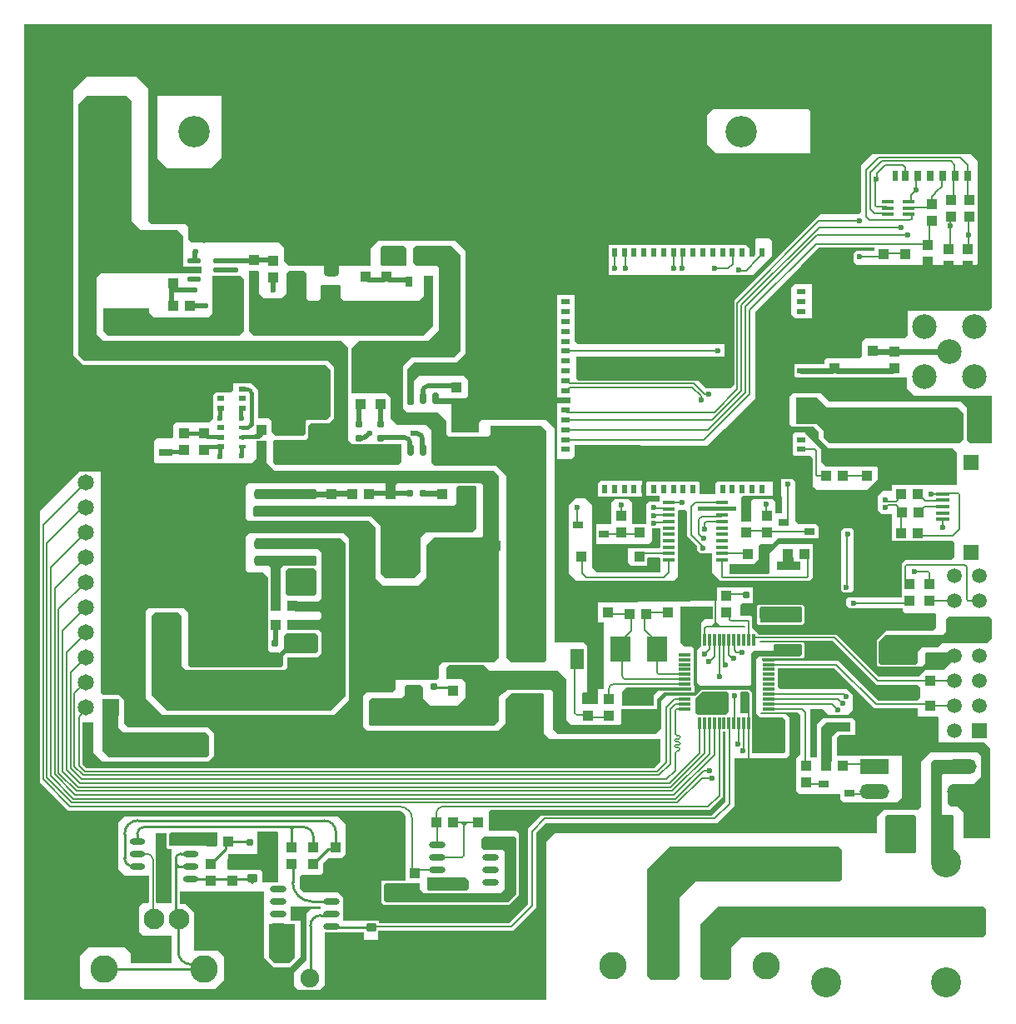
<source format=gtl>
G04*
G04 #@! TF.GenerationSoftware,Altium Limited,Altium Designer,21.0.8 (223)*
G04*
G04 Layer_Physical_Order=1*
G04 Layer_Color=255*
%FSTAX24Y24*%
%MOIN*%
G70*
G04*
G04 #@! TF.SameCoordinates,736B94AB-3AD6-4132-BD99-26C8E2632B86*
G04*
G04*
G04 #@! TF.FilePolarity,Positive*
G04*
G01*
G75*
%ADD11C,0.0100*%
%ADD12C,0.0118*%
%ADD14C,0.0079*%
G04:AMPARAMS|DCode=29|XSize=60mil|YSize=128.7mil|CornerRadius=15mil|HoleSize=0mil|Usage=FLASHONLY|Rotation=0.000|XOffset=0mil|YOffset=0mil|HoleType=Round|Shape=RoundedRectangle|*
%AMROUNDEDRECTD29*
21,1,0.0600,0.0987,0,0,0.0*
21,1,0.0300,0.1287,0,0,0.0*
1,1,0.0300,0.0150,-0.0494*
1,1,0.0300,-0.0150,-0.0494*
1,1,0.0300,-0.0150,0.0494*
1,1,0.0300,0.0150,0.0494*
%
%ADD29ROUNDEDRECTD29*%
%ADD30R,0.0433X0.0394*%
%ADD31R,0.0354X0.1181*%
G04:AMPARAMS|DCode=32|XSize=63mil|YSize=98.4mil|CornerRadius=15.7mil|HoleSize=0mil|Usage=FLASHONLY|Rotation=0.000|XOffset=0mil|YOffset=0mil|HoleType=Round|Shape=RoundedRectangle|*
%AMROUNDEDRECTD32*
21,1,0.0630,0.0669,0,0,0.0*
21,1,0.0315,0.0984,0,0,0.0*
1,1,0.0315,0.0157,-0.0335*
1,1,0.0315,-0.0157,-0.0335*
1,1,0.0315,-0.0157,0.0335*
1,1,0.0315,0.0157,0.0335*
%
%ADD32ROUNDEDRECTD32*%
%ADD33R,0.0748X0.1280*%
G04:AMPARAMS|DCode=34|XSize=31.5mil|YSize=74.8mil|CornerRadius=7.9mil|HoleSize=0mil|Usage=FLASHONLY|Rotation=90.000|XOffset=0mil|YOffset=0mil|HoleType=Round|Shape=RoundedRectangle|*
%AMROUNDEDRECTD34*
21,1,0.0315,0.0591,0,0,90.0*
21,1,0.0157,0.0748,0,0,90.0*
1,1,0.0157,0.0295,0.0079*
1,1,0.0157,0.0295,-0.0079*
1,1,0.0157,-0.0295,-0.0079*
1,1,0.0157,-0.0295,0.0079*
%
%ADD34ROUNDEDRECTD34*%
%ADD35R,0.0276X0.0449*%
%ADD36R,0.0315X0.0827*%
%ADD37R,0.0236X0.0449*%
%ADD38R,0.0394X0.0433*%
%ADD39R,0.0453X0.0157*%
%ADD40R,0.0118X0.0472*%
%ADD41R,0.0472X0.0118*%
%ADD42R,0.0531X0.0157*%
%ADD43R,0.0600X0.0600*%
%ADD44R,0.0472X0.0157*%
%ADD45R,0.0236X0.0354*%
%ADD46R,0.0354X0.0236*%
%ADD47O,0.1181X0.0591*%
%ADD48R,0.1181X0.0591*%
%ADD49O,0.0610X0.0236*%
%ADD50R,0.0433X0.0276*%
G04:AMPARAMS|DCode=51|XSize=86.6mil|YSize=59.1mil|CornerRadius=7.4mil|HoleSize=0mil|Usage=FLASHONLY|Rotation=180.000|XOffset=0mil|YOffset=0mil|HoleType=Round|Shape=RoundedRectangle|*
%AMROUNDEDRECTD51*
21,1,0.0866,0.0443,0,0,180.0*
21,1,0.0719,0.0591,0,0,180.0*
1,1,0.0148,-0.0359,0.0221*
1,1,0.0148,0.0359,0.0221*
1,1,0.0148,0.0359,-0.0221*
1,1,0.0148,-0.0359,-0.0221*
%
%ADD51ROUNDEDRECTD51*%
%ADD52R,0.0551X0.0276*%
G04:AMPARAMS|DCode=53|XSize=39.4mil|YSize=35.4mil|CornerRadius=4.4mil|HoleSize=0mil|Usage=FLASHONLY|Rotation=0.000|XOffset=0mil|YOffset=0mil|HoleType=Round|Shape=RoundedRectangle|*
%AMROUNDEDRECTD53*
21,1,0.0394,0.0266,0,0,0.0*
21,1,0.0305,0.0354,0,0,0.0*
1,1,0.0089,0.0153,-0.0133*
1,1,0.0089,-0.0153,-0.0133*
1,1,0.0089,-0.0153,0.0133*
1,1,0.0089,0.0153,0.0133*
%
%ADD53ROUNDEDRECTD53*%
%ADD54O,0.0669X0.0236*%
G04:AMPARAMS|DCode=55|XSize=23.6mil|YSize=27.6mil|CornerRadius=3mil|HoleSize=0mil|Usage=FLASHONLY|Rotation=180.000|XOffset=0mil|YOffset=0mil|HoleType=Round|Shape=RoundedRectangle|*
%AMROUNDEDRECTD55*
21,1,0.0236,0.0217,0,0,180.0*
21,1,0.0177,0.0276,0,0,180.0*
1,1,0.0059,-0.0089,0.0108*
1,1,0.0059,0.0089,0.0108*
1,1,0.0059,0.0089,-0.0108*
1,1,0.0059,-0.0089,-0.0108*
%
%ADD55ROUNDEDRECTD55*%
%ADD56R,0.1102X0.0374*%
%ADD57R,0.0551X0.0787*%
G04:AMPARAMS|DCode=58|XSize=27.6mil|YSize=27.6mil|CornerRadius=6.9mil|HoleSize=0mil|Usage=FLASHONLY|Rotation=270.000|XOffset=0mil|YOffset=0mil|HoleType=Round|Shape=RoundedRectangle|*
%AMROUNDEDRECTD58*
21,1,0.0276,0.0138,0,0,270.0*
21,1,0.0138,0.0276,0,0,270.0*
1,1,0.0138,-0.0069,-0.0069*
1,1,0.0138,-0.0069,0.0069*
1,1,0.0138,0.0069,0.0069*
1,1,0.0138,0.0069,-0.0069*
%
%ADD58ROUNDEDRECTD58*%
%ADD59R,0.0787X0.1024*%
G04:AMPARAMS|DCode=60|XSize=27.6mil|YSize=27.6mil|CornerRadius=6.9mil|HoleSize=0mil|Usage=FLASHONLY|Rotation=180.000|XOffset=0mil|YOffset=0mil|HoleType=Round|Shape=RoundedRectangle|*
%AMROUNDEDRECTD60*
21,1,0.0276,0.0138,0,0,180.0*
21,1,0.0138,0.0276,0,0,180.0*
1,1,0.0138,-0.0069,0.0069*
1,1,0.0138,0.0069,0.0069*
1,1,0.0138,0.0069,-0.0069*
1,1,0.0138,-0.0069,-0.0069*
%
%ADD60ROUNDEDRECTD60*%
%ADD61R,0.0551X0.1457*%
%ADD62R,0.1181X0.0354*%
G04:AMPARAMS|DCode=63|XSize=23.6mil|YSize=47.2mil|CornerRadius=5.9mil|HoleSize=0mil|Usage=FLASHONLY|Rotation=180.000|XOffset=0mil|YOffset=0mil|HoleType=Round|Shape=RoundedRectangle|*
%AMROUNDEDRECTD63*
21,1,0.0236,0.0354,0,0,180.0*
21,1,0.0118,0.0472,0,0,180.0*
1,1,0.0118,-0.0059,0.0177*
1,1,0.0118,0.0059,0.0177*
1,1,0.0118,0.0059,-0.0177*
1,1,0.0118,-0.0059,-0.0177*
%
%ADD63ROUNDEDRECTD63*%
%ADD64R,0.3032X0.3937*%
G04:AMPARAMS|DCode=65|XSize=250mil|YSize=40.2mil|CornerRadius=10mil|HoleSize=0mil|Usage=FLASHONLY|Rotation=0.000|XOffset=0mil|YOffset=0mil|HoleType=Round|Shape=RoundedRectangle|*
%AMROUNDEDRECTD65*
21,1,0.2500,0.0201,0,0,0.0*
21,1,0.2299,0.0402,0,0,0.0*
1,1,0.0201,0.1150,-0.0100*
1,1,0.0201,-0.1150,-0.0100*
1,1,0.0201,-0.1150,0.0100*
1,1,0.0201,0.1150,0.0100*
%
%ADD65ROUNDEDRECTD65*%
G04:AMPARAMS|DCode=66|XSize=19.7mil|YSize=55.1mil|CornerRadius=4.9mil|HoleSize=0mil|Usage=FLASHONLY|Rotation=90.000|XOffset=0mil|YOffset=0mil|HoleType=Round|Shape=RoundedRectangle|*
%AMROUNDEDRECTD66*
21,1,0.0197,0.0453,0,0,90.0*
21,1,0.0098,0.0551,0,0,90.0*
1,1,0.0098,0.0226,0.0049*
1,1,0.0098,0.0226,-0.0049*
1,1,0.0098,-0.0226,-0.0049*
1,1,0.0098,-0.0226,0.0049*
%
%ADD66ROUNDEDRECTD66*%
%ADD67R,0.1811X0.0787*%
%ADD68R,0.0315X0.0157*%
%ADD69R,0.0315X0.0197*%
%ADD70R,0.0315X0.0236*%
%ADD71R,0.0984X0.0669*%
G04:AMPARAMS|DCode=72|XSize=60mil|YSize=128.7mil|CornerRadius=15mil|HoleSize=0mil|Usage=FLASHONLY|Rotation=90.000|XOffset=0mil|YOffset=0mil|HoleType=Round|Shape=RoundedRectangle|*
%AMROUNDEDRECTD72*
21,1,0.0600,0.0987,0,0,90.0*
21,1,0.0300,0.1287,0,0,90.0*
1,1,0.0300,0.0494,0.0150*
1,1,0.0300,0.0494,-0.0150*
1,1,0.0300,-0.0494,-0.0150*
1,1,0.0300,-0.0494,0.0150*
%
%ADD72ROUNDEDRECTD72*%
%ADD73R,0.0276X0.0433*%
%ADD133C,0.0197*%
%ADD134C,0.0079*%
%ADD135C,0.0157*%
%ADD136C,0.0217*%
%ADD137C,0.0394*%
%ADD138C,0.0236*%
%ADD139C,0.1100*%
%ADD140C,0.1102*%
%ADD141C,0.0827*%
%ADD142C,0.1969*%
%ADD143C,0.1260*%
%ADD144O,0.0815X0.1630*%
%ADD145C,0.1200*%
%ADD146C,0.0591*%
%ADD147R,0.0591X0.0591*%
%ADD148C,0.0984*%
%ADD149R,0.0650X0.0650*%
%ADD150C,0.0650*%
%ADD151C,0.0750*%
%ADD152C,0.0236*%
%ADD153C,0.0276*%
%ADD154C,0.0118*%
G36*
X025606Y0403D02*
X0257Y040206D01*
X0257Y039558D01*
X025642Y0395D01*
X02515Y0395D01*
X024713Y0395D01*
X02465Y039563D01*
X02465Y040241D01*
X024709Y0403D01*
X025606Y0403D01*
D02*
G37*
G36*
X0217Y0392D02*
Y0382D01*
X0218Y0381D01*
X02215D01*
X02225Y0382D01*
Y0387D01*
X0223Y03875D01*
X023D01*
X02305Y0387D01*
Y03825D01*
X0232Y0381D01*
X0262D01*
X026386Y038286D01*
Y0391D01*
X02675Y0391D01*
X02675Y037353D01*
D01*
Y0371D01*
X02635Y0367D01*
X0196Y0367D01*
X0194Y0369D01*
X0194Y03745D01*
Y0393D01*
X01975D01*
X0198Y03925D01*
X0198Y0384D01*
X02Y0382D01*
X0207Y0382D01*
X0209Y0384D01*
Y0392D01*
X021Y0393D01*
X0216D01*
X0217Y0392D01*
D02*
G37*
G36*
X01905Y0391D02*
X0192Y03895D01*
X0192Y0382D01*
X0192D01*
X0192Y0369D01*
X019Y0367D01*
X01375Y0367D01*
X01355Y0369D01*
X01355Y0378D01*
X0154D01*
Y03765D01*
X0156Y03745D01*
X01775Y03745D01*
X017928Y037628D01*
X017928Y0381D01*
X017927D01*
Y0391D01*
X01905Y0391D01*
D02*
G37*
G36*
X0275Y0403D02*
X02785Y03995D01*
X02785Y0361D01*
X0276Y03585D01*
X0259Y03585D01*
X025554Y035504D01*
X025554Y034715D01*
X02555Y03471D01*
X02555Y03382D01*
X025709Y033661D01*
X026929Y033661D01*
X027283Y033307D01*
X027283Y032791D01*
X027397Y032677D01*
X028959D01*
X02905Y032767D01*
X02905Y03311D01*
X03109Y03311D01*
X0313Y0329D01*
X0313Y030677D01*
X0313D01*
X0313Y0266D01*
D01*
X0313D01*
Y023741D01*
X031209Y02365D01*
X029885Y02365D01*
X029701Y023834D01*
X029701Y026441D01*
X0297Y026442D01*
Y0271D01*
X0297Y030677D01*
X0297D01*
Y031127D01*
X0293Y031527D01*
X026823D01*
X0267Y03165D01*
X0267Y03223D01*
X0267D01*
X0267Y032326D01*
Y032327D01*
D01*
X0267Y032946D01*
X026496Y03315D01*
X0253Y03315D01*
X02505Y0334D01*
Y034242D01*
X024892Y0344D01*
X024526Y0344D01*
X0235Y0344D01*
X0235Y0362D01*
X0238Y0365D01*
X02655Y0365D01*
X027Y03695D01*
X027Y03945D01*
X026922Y039528D01*
X026072D01*
X02595Y03965D01*
Y0402D01*
X02605Y0403D01*
X0275Y0403D01*
D02*
G37*
G36*
X019847Y032638D02*
X019335D01*
X019384Y032644D01*
X019479Y032669D01*
X019568Y03271D01*
X019649Y032766D01*
X019718Y032836D01*
X019775Y032917D01*
X019816Y033006D01*
X01984Y033101D01*
X019847Y03315D01*
X019847Y03315D01*
Y032638D01*
D02*
G37*
G36*
X042205Y032874D02*
Y032598D01*
X041732Y033071D01*
X042008D01*
X042205Y032874D01*
D02*
G37*
G36*
X0147Y0461D02*
X0147Y0413D01*
X01505Y04095D01*
X0165Y04095D01*
X01675Y0407D01*
Y04D01*
X01675D01*
Y039488D01*
X01748D01*
Y039213D01*
X017468Y0392D01*
X01675D01*
X01345Y0392D01*
X0133Y03905D01*
X0133Y03675D01*
X01355Y0365D01*
X0231Y0365D01*
X02335Y03625D01*
X02335Y03255D01*
X023516Y032384D01*
X025486Y032384D01*
X025487Y031688D01*
X02535Y03155D01*
X02045Y03155D01*
X02035Y03165D01*
Y0325D01*
X0204Y03255D01*
X02165D01*
X02175Y03265D01*
Y0331D01*
X02185Y0332D01*
X0226Y0332D01*
X0226Y03245D01*
Y0332D01*
X0228Y0334D01*
X0228Y03545D01*
X02255Y0357D01*
X0133Y0357D01*
Y0357D01*
X0128Y0357D01*
X01255Y03595D01*
X01255Y03965D01*
Y04595D01*
X0129Y0463D01*
X0145D01*
X0147Y0461D01*
D02*
G37*
G36*
X031339Y049173D02*
X049134D01*
Y039055D01*
Y037835D01*
X049016Y037717D01*
X045748D01*
Y036732D01*
X04563Y036614D01*
X044055D01*
X043937Y036496D01*
Y036476D01*
Y035906D01*
X043858Y035827D01*
X04252D01*
X042441Y035748D01*
Y03563D01*
X042402Y035591D01*
X04122D01*
Y035118D01*
X041299Y035039D01*
X045709Y035039D01*
Y034606D01*
X045984Y034331D01*
X049134D01*
Y032441D01*
X049094Y032402D01*
X048268Y032402D01*
X04811Y032559D01*
X04811Y033858D01*
X047893Y034075D01*
X047107D01*
X045171Y034075D01*
Y034075D01*
X042618D01*
X042283Y034409D01*
X041339D01*
X041149Y034409D01*
X041024Y034284D01*
X041024Y033162D01*
X041115Y033071D01*
X041339D01*
Y033071D01*
X041614Y033071D01*
X041732D01*
X042598Y032205D01*
X047559D01*
X047717Y032047D01*
X047717Y030748D01*
X045118D01*
X045118Y030512D01*
X044764Y030512D01*
X044567Y030315D01*
Y029724D01*
X044173Y030118D01*
X044173Y030118D01*
X044528Y029764D01*
Y029764D01*
X044724Y029567D01*
X044567D01*
D01*
X045118Y029567D01*
X045118Y028543D01*
X045157Y028504D01*
X047559D01*
X047638Y028425D01*
Y027874D01*
X04752Y027756D01*
X045669D01*
X045512Y027598D01*
Y02626D01*
X045039D01*
X043386Y02626D01*
X043307Y026181D01*
Y025941D01*
X043421Y025827D01*
X045551D01*
X045551Y025708D01*
X045629Y02563D01*
X046848D01*
X04689Y025588D01*
Y025472D01*
X04689Y025039D01*
X046891D01*
X046773Y024921D01*
X044887Y024921D01*
X044528Y024562D01*
X044528Y023524D01*
X044587Y023465D01*
X046332D01*
X046457Y02359D01*
X046457Y023819D01*
Y024016D01*
X046496Y024055D01*
X047638D01*
Y023839D01*
X047598Y023799D01*
Y02374D01*
X047218Y02336D01*
X046483Y02336D01*
X046194Y023071D01*
X044606Y023071D01*
X042913Y024764D01*
X041417Y024764D01*
X039921D01*
X039823Y024764D01*
X039528Y025059D01*
X039528Y025472D01*
X039488Y025512D01*
X039094D01*
X039055Y025551D01*
Y025945D01*
X039134Y026024D01*
X039606D01*
X039606Y026654D01*
X03811D01*
Y026103D01*
X033898Y026063D01*
X033346D01*
Y025236D01*
X033583D01*
Y022598D01*
X033346D01*
Y021969D01*
X033346Y021969D01*
X032717D01*
Y022402D01*
X032756Y022441D01*
X032914D01*
X032934Y02431D01*
X032795Y024449D01*
X032008D01*
X032008Y024449D01*
X031614D01*
Y031732D01*
Y033031D01*
X031296Y03335D01*
X031D01*
X028704Y03335D01*
X028583Y033228D01*
X028583Y032835D01*
X027497Y032835D01*
X027497Y034D01*
X02695Y034D01*
Y0342D01*
X02805Y0342D01*
X02815Y0343D01*
Y03495D01*
X028Y0351D01*
X0262D01*
X026Y0349D01*
Y034D01*
X02595Y03395D01*
X02579D01*
X025729Y034011D01*
X025729Y035379D01*
X026Y03565D01*
X0277D01*
X02805Y036D01*
X02805Y0401D01*
X02765Y0405D01*
X02455Y0405D01*
X02425Y0402D01*
X02425Y0395D01*
X021Y0395D01*
X0209Y0396D01*
X0208Y0397D01*
Y04025D01*
X0206Y04045D01*
X017615D01*
X017595Y04043D01*
X017575Y04045D01*
X0171D01*
X016968Y040581D01*
Y041056D01*
X016844Y041181D01*
X015472Y041181D01*
X015354Y041299D01*
X015354Y043465D01*
Y046142D01*
Y046614D01*
X014882Y047087D01*
X012887Y047087D01*
X01235Y04655D01*
Y03595D01*
X01275Y03555D01*
X02245Y03555D01*
X02265Y03535D01*
X02265Y0335D01*
X0225Y03335D01*
X0217D01*
X02165Y0333D01*
Y03278D01*
X02157Y0327D01*
X02045D01*
X02045Y03445D01*
Y0327D01*
X02035Y0328D01*
X0203Y03285D01*
Y0333D01*
X0202Y0334D01*
X0198D01*
X01975Y03345D01*
X01975Y03455D01*
X0195Y0348D01*
X01875D01*
X01875Y03455D01*
X01865Y03445D01*
X01805Y03445D01*
X01795Y03435D01*
Y0334D01*
X0178Y03325D01*
X01645Y03325D01*
X01635Y03315D01*
Y03265D01*
X01581D01*
X015675Y032575D01*
X0156Y0325D01*
Y03165D01*
X01565Y0316D01*
X0195Y0316D01*
X0197Y0318D01*
Y0325D01*
X0201D01*
Y03165D01*
X020432Y031318D01*
X024968D01*
X024972Y031322D01*
X029178D01*
X0294Y0311D01*
Y02835D01*
X0294Y026309D01*
Y023849D01*
X029201Y02365D01*
X02775Y02365D01*
X027121D01*
X027118Y023647D01*
X027Y023529D01*
X027Y02305D01*
X0269Y02295D01*
X02527Y02295D01*
X02527Y022565D01*
X025154Y02245D01*
X02495Y02245D01*
X02395D01*
Y021061D01*
X024111Y0209D01*
X02935Y0209D01*
X02965Y0212D01*
X02965Y02215D01*
X029902Y022402D01*
X031148D01*
X0312Y02235D01*
X0312Y020808D01*
X031417Y020591D01*
X035866D01*
Y019685D01*
X035591Y019409D01*
X012874D01*
X012717Y019567D01*
Y02126D01*
X01315D01*
Y020039D01*
X013504Y019685D01*
X017758D01*
X017764Y019691D01*
X018Y019927D01*
X018Y0208D01*
X01775Y02105D01*
X01565D01*
X01565Y02105D01*
X01455Y02105D01*
X0144Y0212D01*
Y02215D01*
X0142Y02235D01*
X01355D01*
X013465Y022435D01*
Y023065D01*
Y025827D01*
X013465Y031299D01*
X012638D01*
X010984Y029646D01*
X010984Y018877D01*
X012111Y01775D01*
X012116Y017754D01*
X012126Y017744D01*
Y017717D01*
X024685D01*
X025354Y017717D01*
X025385Y017717D01*
X025446Y017704D01*
X025504Y017681D01*
X025555Y017646D01*
X025599Y017602D01*
X025633Y017551D01*
X025657Y017493D01*
X025669Y017433D01*
X025669Y017402D01*
X025669Y017402D01*
X025669Y015591D01*
X025669Y014921D01*
X024685Y014921D01*
X024685Y014449D01*
X024685D01*
Y014048D01*
X024796Y013937D01*
X025489D01*
X025669D01*
D01*
X029803Y013937D01*
X030197Y014331D01*
Y016811D01*
X030079Y016929D01*
X028976D01*
X028976Y01752D01*
Y017677D01*
X028976Y017677D01*
X029055Y017756D01*
X030945Y017756D01*
D01*
X037835D01*
X038346Y018268D01*
Y019606D01*
Y020866D01*
X038467D01*
Y018073D01*
X037913Y01752D01*
X031063D01*
X030562Y017018D01*
X030562Y013987D01*
X029803Y013228D01*
X024606Y013228D01*
Y013307D01*
X02315D01*
Y014252D01*
X022953Y014449D01*
X022362D01*
X022362Y014449D01*
X021575D01*
X021417Y014606D01*
Y015079D01*
X021496Y015157D01*
X022283D01*
X022362Y015236D01*
X022362Y01563D01*
X022559Y015827D01*
X02311Y015827D01*
X023268Y015984D01*
Y017165D01*
X022953Y01748D01*
X014409D01*
X014173Y017244D01*
Y015354D01*
X014418Y015109D01*
X014843D01*
Y015118D01*
X015394D01*
Y014094D01*
X015315Y014016D01*
X015118Y014016D01*
X015Y013898D01*
Y012874D01*
X015157Y012717D01*
X016299D01*
X016299Y011614D01*
X014646Y011614D01*
Y012008D01*
X014409Y012244D01*
X012953D01*
X012638Y011929D01*
Y010709D01*
X012756Y010591D01*
X014173D01*
X018031Y010591D01*
X018386Y010945D01*
Y01189D01*
X01815Y012126D01*
X017205Y012126D01*
X017205Y013071D01*
Y013622D01*
X016857Y01397D01*
X016611D01*
X016615Y014488D01*
X018622D01*
X02Y014488D01*
Y012638D01*
X02D01*
Y01185D01*
X020394Y011457D01*
X020906D01*
X021024Y011457D01*
X021457Y01189D01*
X021693Y01189D01*
Y01185D01*
Y011732D01*
X021181Y01122D01*
Y010728D01*
X021358Y010551D01*
X022244D01*
X022441Y010748D01*
Y010787D01*
Y010827D01*
Y012441D01*
Y012559D01*
X022441Y012835D01*
X023976Y012835D01*
X023976Y012559D01*
X024562D01*
X024573Y012913D01*
X031299Y012913D01*
X031299Y010157D01*
X024482Y010157D01*
X024483Y010191D01*
X024449Y010157D01*
X018622D01*
X014173Y010157D01*
X012126Y010157D01*
X010394D01*
X010394Y032559D01*
X010394Y034894D01*
X010394Y049D01*
X010394D01*
Y049173D01*
X031339Y049173D01*
X031339Y049173D01*
D02*
G37*
G36*
X042126Y034252D02*
X042402Y033976D01*
X04252Y033858D01*
X042523D01*
X042607Y033858D01*
X043583D01*
Y033858D01*
X045315Y033858D01*
X047756D01*
X047992Y033622D01*
Y032559D01*
X047835Y032402D01*
X045236D01*
X042638Y032402D01*
X042402Y032638D01*
Y032913D01*
X042126Y033189D01*
X041339D01*
X041299Y033228D01*
X041299Y034252D01*
X042126Y034252D01*
D02*
G37*
G36*
X038289Y025078D02*
X037856D01*
X038053Y025275D01*
X038093D01*
X038289Y025078D01*
D02*
G37*
G36*
X049134Y025354D02*
Y024606D01*
X048937Y024409D01*
X047126D01*
X046968Y024252D01*
X046339D01*
X046142Y024055D01*
Y024213D01*
Y024764D01*
X047165D01*
X047283Y024882D01*
Y025354D01*
X047402Y025472D01*
X049016D01*
X049134Y025354D01*
D02*
G37*
G36*
X037953Y025394D02*
X037638Y025394D01*
X03748Y025236D01*
X03748Y024803D01*
Y024291D01*
X03748D01*
X037323Y024134D01*
Y022838D01*
X037444Y022717D01*
X039409D01*
X039488Y022795D01*
X039488Y024016D01*
X039587Y024114D01*
X040394D01*
Y024331D01*
X040433Y02437D01*
X041496D01*
X041535Y024331D01*
X041535Y023976D01*
X041457Y023898D01*
X040394D01*
Y023981D01*
X039951D01*
Y023898D01*
X039803D01*
X039685Y02378D01*
X039685Y022559D01*
Y021614D01*
X039843Y021457D01*
X040748D01*
X040866Y021339D01*
X040866Y020302D01*
X040866Y020076D01*
X04079Y02D01*
X040723D01*
D01*
X039528Y02D01*
Y020433D01*
Y021457D01*
X039596Y021526D01*
Y022559D01*
X039587D01*
Y022382D01*
X039409Y022559D01*
X03748D01*
X037244Y022323D01*
X036102D01*
X035906Y022126D01*
Y021024D01*
X035669Y020787D01*
X031772Y020787D01*
X031575Y020984D01*
Y02248D01*
X031505Y02255D01*
X029765D01*
X0294Y022276D01*
X0294Y0213D01*
X0292Y0211D01*
X02425D01*
X0242Y02115D01*
Y0221D01*
X0243Y0222D01*
X0255D01*
X025624Y022324D01*
X025624Y022674D01*
X0257Y02275D01*
X02625Y02275D01*
X02635Y02265D01*
Y0222D01*
X02665Y0219D01*
X027716Y0219D01*
X02805Y022234D01*
Y0223D01*
X0287D01*
X0287Y023313D01*
X028734D01*
X028795Y023374D01*
Y023547D01*
X02903Y023313D01*
X02972Y023313D01*
X029728Y023322D01*
X029734Y023316D01*
X031763D01*
X032087Y022992D01*
X032087Y021339D01*
X032283Y021142D01*
X035669Y021142D01*
X035709Y021181D01*
Y021181D01*
X035669Y021142D01*
X034213Y021142D01*
X034291Y02122D01*
Y021772D01*
X035709Y021772D01*
X035709Y022165D01*
X035984Y022441D01*
X037244D01*
X037244Y022717D01*
X037212D01*
X037205Y022715D01*
Y024213D01*
X037126Y024291D01*
X036811D01*
X036654Y024449D01*
Y025866D01*
X037953D01*
Y025394D01*
D02*
G37*
G36*
X042992Y024291D02*
X044528Y022756D01*
X046142Y022756D01*
X04626Y022638D01*
Y022244D01*
X046142Y022126D01*
X044567Y022126D01*
X042992Y023701D01*
X040512Y023701D01*
X039921D01*
Y023819D01*
X041549Y023819D01*
X041626Y023896D01*
X041626Y024409D01*
X041556Y024479D01*
X041626D01*
Y024528D01*
X042756Y024528D01*
X042992Y024291D01*
D02*
G37*
G36*
X046142Y023622D02*
X046063Y023543D01*
X044685D01*
X044606Y023622D01*
X044606Y024488D01*
X044882Y024764D01*
X046142Y024764D01*
X046142Y023622D01*
D02*
G37*
G36*
X028145Y022756D02*
X027929Y02297D01*
X027305D01*
X0273Y0234D01*
X027302Y023453D01*
X027397Y023546D01*
X028145Y023546D01*
Y022756D01*
D02*
G37*
G36*
X037087Y02252D02*
X035748Y02252D01*
X035591Y022362D01*
X035591Y021929D01*
X034488Y021929D01*
X034331D01*
Y02248D01*
X034488Y022638D01*
X037087D01*
Y02252D01*
D02*
G37*
G36*
X03943Y022421D02*
Y021674D01*
X03937Y021614D01*
X039055D01*
Y022441D01*
X039094Y02248D01*
X03937D01*
X03943Y022421D01*
D02*
G37*
G36*
X044409Y021811D02*
X046142D01*
Y021496D01*
X046968D01*
X047008Y021457D01*
Y020433D01*
X04881D01*
X049048Y020195D01*
Y018707D01*
X048976Y01878D01*
X048976D01*
X049055Y018701D01*
X049055Y017992D01*
X049055Y016614D01*
X047992Y016614D01*
Y017657D01*
X047775Y017874D01*
X04748D01*
X047343Y018011D01*
X047343Y018603D01*
X04752Y01878D01*
X048386Y01878D01*
X048701Y019094D01*
Y019882D01*
X048543Y020039D01*
X047008D01*
X046654Y020039D01*
X046299Y019685D01*
X046299Y01937D01*
Y01811D01*
Y017874D01*
X046181Y017756D01*
X044803Y017756D01*
X044528Y01748D01*
Y016811D01*
X03811Y016811D01*
X038113Y016814D01*
X031617Y016814D01*
X031299Y016496D01*
Y012913D01*
X029961D01*
X030906Y013858D01*
X030906Y015906D01*
Y016535D01*
Y01685D01*
X03126Y017205D01*
X038189D01*
X038189Y01689D01*
X038189Y01689D01*
Y017205D01*
X038819Y017835D01*
X038819Y019803D01*
X038976D01*
X038976Y019803D01*
X040885D01*
X041024Y019942D01*
Y019961D01*
X041024Y021457D01*
X040866Y021614D01*
X041024Y021617D01*
Y021644D01*
X041348D01*
X041457Y021535D01*
X041457Y019961D01*
X041024D01*
X041457Y019961D01*
X041299Y019803D01*
X041299D01*
X041299Y018504D01*
X041417Y018386D01*
X043071D01*
X043071Y018142D01*
X043182Y018032D01*
X045334D01*
X045512Y018209D01*
Y019331D01*
Y019921D01*
X042953D01*
X042913Y019961D01*
Y02063D01*
X043032Y020748D01*
X043622D01*
X043661Y020787D01*
Y021299D01*
X043543Y021417D01*
X042362D01*
X042126Y021181D01*
Y019843D01*
X04185D01*
Y02126D01*
Y021772D01*
X042362D01*
X042598Y021535D01*
X043346D01*
X043543Y021732D01*
Y022126D01*
Y022362D01*
X043307Y022598D01*
X04063D01*
X040551Y022677D01*
Y022756D01*
Y023425D01*
X042795D01*
X044409Y021811D01*
D02*
G37*
G36*
X038583Y022402D02*
Y022205D01*
X038583Y022205D01*
X038583Y021654D01*
X038465Y021535D01*
X037362D01*
X037244Y021654D01*
X037244Y022205D01*
X03752Y02248D01*
X038504D01*
X038583Y022402D01*
D02*
G37*
G36*
X014174Y021026D02*
X01435Y02085D01*
X01765D01*
X0178Y0207D01*
Y01995D01*
X0177Y01985D01*
X0138Y01985D01*
X013524Y020126D01*
Y021521D01*
Y021549D01*
X014174D01*
Y021026D01*
D02*
G37*
G36*
X043465Y020866D02*
X042913D01*
X042717Y020669D01*
X042717Y019685D01*
X042283D01*
X042283Y021063D01*
X04248Y02126D01*
X043465D01*
Y020866D01*
D02*
G37*
G36*
X028001Y017094D02*
X027985D01*
X027846Y017252D01*
X028159D01*
X028001Y017094D01*
D02*
G37*
G36*
X021102Y016929D02*
X020945Y017087D01*
X02126Y017087D01*
X021102Y016929D01*
D02*
G37*
G36*
X01811Y016299D02*
X016239D01*
X016181Y016357D01*
X016181Y016772D01*
X01626Y01685D01*
X01811D01*
X01811Y016299D01*
D02*
G37*
G36*
X046102Y017461D02*
Y016083D01*
X046024Y016004D01*
X044921D01*
X044843Y016083D01*
Y017461D01*
X044921Y017539D01*
X046024Y017539D01*
X046102Y017461D01*
D02*
G37*
G36*
X048307Y019187D02*
X047179Y019187D01*
X047126Y019134D01*
X047126Y017421D01*
X047598Y017421D01*
Y015413D01*
X047559Y015374D01*
X047047D01*
Y015591D01*
X046693D01*
X046693Y019646D01*
X046811Y019764D01*
X048307D01*
X048307Y019187D01*
D02*
G37*
G36*
X016614Y015512D02*
X016457Y015354D01*
X016457Y015669D01*
X016614Y015512D01*
D02*
G37*
G36*
X042962Y01629D02*
X04311Y016142D01*
X04311Y014961D01*
X043022Y014873D01*
X037251Y014873D01*
X036621Y014243D01*
X036621Y011109D01*
X036457Y010945D01*
X035472Y010945D01*
X035315Y011102D01*
Y015378D01*
X036227Y01629D01*
X042962Y01629D01*
D02*
G37*
G36*
X020551Y01685D02*
Y016575D01*
D01*
Y015394D01*
Y014843D01*
X020433D01*
X020433Y014843D01*
X020039Y014843D01*
X019921D01*
Y014961D01*
Y015276D01*
X019844Y015353D01*
X018543Y015354D01*
Y015827D01*
Y015984D01*
X019685D01*
X019724Y016024D01*
Y01689D01*
X020512D01*
X020551Y01685D01*
D02*
G37*
G36*
X028189Y014921D02*
X028189Y014606D01*
X02811Y014528D01*
X026575Y014528D01*
X026535Y014567D01*
Y015039D01*
X028071D01*
X028189Y014921D01*
D02*
G37*
G36*
X03Y016693D02*
X030079Y016614D01*
X030079Y01437D01*
X029764Y014055D01*
X024882Y014055D01*
X024803Y014134D01*
X024803Y014764D01*
X024863Y014824D01*
X026003Y014824D01*
X02622D01*
X02622Y014567D01*
X02636Y014427D01*
X029466D01*
X029624Y014585D01*
X029624Y016085D01*
X029567Y016142D01*
X02878D01*
X028701Y01622D01*
X028701Y016575D01*
X028819Y016693D01*
X03Y016693D01*
D02*
G37*
G36*
X016102Y01622D02*
X016142Y016181D01*
X016299D01*
Y014016D01*
X015709D01*
X015669Y014055D01*
Y015945D01*
Y016811D01*
X016102D01*
Y01622D01*
D02*
G37*
G36*
X048789Y013888D02*
X048898Y01378D01*
X048898Y012795D01*
X048762Y012659D01*
X039116Y012659D01*
X038707Y012251D01*
X038707Y01107D01*
X038589Y010952D01*
X037592Y010952D01*
X037466Y011077D01*
Y013198D01*
X038156Y013888D01*
X048789Y013888D01*
D02*
G37*
G36*
X022244Y01378D02*
X02185D01*
X021693Y013622D01*
Y01189D01*
X021457Y01189D01*
X021457Y013307D01*
X021063D01*
X021063Y013898D01*
X022244D01*
Y01378D01*
D02*
G37*
G36*
X02122Y01185D02*
X020984Y011614D01*
X020433D01*
X020197Y01185D01*
Y013189D01*
X02122D01*
Y01185D01*
D02*
G37*
%LPC*%
G36*
X041772Y045787D02*
X037953D01*
X037717Y045551D01*
Y04437D01*
X038071Y044016D01*
X04185D01*
Y045709D01*
X041772Y045787D01*
D02*
G37*
G36*
X0183Y046299D02*
X015709D01*
Y043819D01*
X015709Y043819D01*
X016102Y043425D01*
X017874Y043425D01*
X0183Y043851D01*
Y046299D01*
D02*
G37*
G36*
X043189Y043189D02*
X043189Y043189D01*
X043898D01*
X043189Y043189D01*
D02*
G37*
G36*
X03075Y0418D02*
X027248Y0418D01*
X03075D01*
X03075Y0418D01*
D02*
G37*
G36*
X02155Y0418D02*
X02155D01*
X0209Y04115D01*
X02155Y0418D01*
D02*
G37*
G36*
X044331Y043976D02*
X043898Y043543D01*
X043898Y043189D01*
Y041693D01*
X04378Y041575D01*
X042283D01*
X041575Y040866D01*
X038819Y03811D01*
X038819Y036417D01*
X038819Y036417D01*
Y034764D01*
X038661Y034606D01*
X037677D01*
X037362Y034921D01*
X032559D01*
X03248Y035D01*
Y035866D01*
X038425D01*
Y036378D01*
X032559Y036378D01*
X032441Y036496D01*
X032441Y038346D01*
X03135D01*
Y038346D01*
X031732Y038346D01*
X031732Y034252D01*
X032244D01*
Y034016D01*
X031732D01*
Y033533D01*
X031732Y033533D01*
Y031772D01*
X032283D01*
X032441Y031929D01*
Y032344D01*
X037737Y032304D01*
X038425Y032992D01*
X038465Y033031D01*
X039646Y034213D01*
Y037283D01*
Y037677D01*
X041496Y039528D01*
X042205Y040236D01*
X043583Y040236D01*
X044409Y040236D01*
X044409Y040118D01*
X043681Y040118D01*
X043583Y04002D01*
X043583Y039803D01*
Y03969D01*
X043712Y039561D01*
X048498D01*
X048543Y039606D01*
Y043701D01*
X048268Y043976D01*
X048189D01*
X044331Y043976D01*
D02*
G37*
G36*
X039961Y040866D02*
X039646Y040551D01*
Y039921D01*
X039449Y040039D01*
Y040197D01*
X039291Y040354D01*
X03378D01*
Y039134D01*
X039567D01*
X040315Y039882D01*
Y040512D01*
X040197Y04063D01*
X039724D01*
X039961Y040866D01*
D02*
G37*
G36*
X041929Y039449D02*
X041929Y039449D01*
Y03878D01*
X04122D01*
X041102Y038661D01*
Y037559D01*
X04126Y037402D01*
X041929D01*
X041929Y039331D01*
Y039449D01*
D02*
G37*
G36*
X040669Y03252D02*
X040669D01*
X040669Y031516D01*
Y031929D01*
Y03252D01*
D02*
G37*
G36*
X041654Y032835D02*
X04122D01*
X041142Y032756D01*
Y031969D01*
X041181Y031929D01*
X04185D01*
X041968Y031811D01*
X041968Y030571D01*
Y030551D01*
D01*
Y030699D01*
X042116Y030551D01*
X044213D01*
X044567Y030906D01*
Y031457D01*
X044528Y031496D01*
X04248D01*
X042441Y031535D01*
Y031535D01*
X042283Y031693D01*
X042283Y032152D01*
X042126Y032362D01*
X041964Y032524D01*
X041658Y03283D01*
X041658Y03283D01*
X041654Y032835D01*
D02*
G37*
G36*
X035118Y030906D02*
X033465Y030906D01*
X033346Y030787D01*
Y030269D01*
X032641Y030236D01*
X035079D01*
Y030276D01*
X035098Y030256D01*
X035079Y030236D01*
X035118D01*
X035098Y030256D01*
X035118Y030276D01*
Y030906D01*
D02*
G37*
G36*
X031984Y030205D02*
X031969Y030205D01*
Y03019D01*
X031984Y030205D01*
D02*
G37*
G36*
X040669Y031024D02*
Y030276D01*
X040394D01*
X040421Y030248D01*
X040709Y03028D01*
X040709Y029606D01*
X040472D01*
Y030079D01*
X040429Y030122D01*
X040354Y030197D01*
X039567Y030197D01*
X039488Y030118D01*
Y029291D01*
X039094D01*
X039094Y030236D01*
X039173Y030315D01*
X040354D01*
Y030866D01*
X03811D01*
X038071Y030827D01*
Y030394D01*
X037441D01*
Y030827D01*
X037402Y030866D01*
X035315D01*
X035276Y030827D01*
Y030315D01*
X035827D01*
Y030079D01*
X035394D01*
X035276Y029961D01*
Y029173D01*
X034724D01*
Y030039D01*
X034574Y03019D01*
X034048D01*
X033898Y030039D01*
Y029173D01*
X033228D01*
Y028465D01*
X033307Y028386D01*
X034488D01*
X034566Y028308D01*
X034566Y028385D01*
X035393D01*
X035512Y028504D01*
Y029016D01*
X035866D01*
Y028268D01*
X035827Y028228D01*
X034567D01*
Y027795D01*
Y027657D01*
X034705Y02752D01*
X035315D01*
Y027795D01*
X035354Y027835D01*
X035827D01*
X035866Y027795D01*
Y02752D01*
X035866Y027244D01*
X03464D01*
X03464Y027244D01*
X033307Y027244D01*
X03311Y027441D01*
Y027835D01*
Y029961D01*
X032835Y030236D01*
X032641Y030236D01*
X032472Y030228D01*
X032205Y029961D01*
Y027205D01*
X03248Y026929D01*
X036398D01*
X036555Y027087D01*
Y028031D01*
X037244Y028031D01*
X037244Y028031D01*
X036555D01*
Y029075D01*
Y029705D01*
X036614Y029764D01*
X03685Y029764D01*
X036929Y029685D01*
X036929Y028701D01*
X037323Y028307D01*
Y02815D01*
X037441Y028031D01*
X037933D01*
Y027244D01*
X038248Y026929D01*
X04185D01*
X04185Y026929D01*
X041968Y027047D01*
Y028189D01*
Y028366D01*
X040588D01*
X040236Y028015D01*
X040236Y027795D01*
Y027244D01*
X040157Y027165D01*
X038661D01*
X038622Y027205D01*
Y027598D01*
X039606D01*
X039803Y027795D01*
Y028307D01*
X039882Y028386D01*
X040315D01*
X040551Y028622D01*
X042165D01*
X042205Y028661D01*
X042205Y029051D01*
X042083Y029173D01*
X041378Y029173D01*
X04126Y029291D01*
X04126Y030197D01*
X04126D01*
X04126Y030866D01*
X041142Y030984D01*
X040709D01*
X040669Y031024D01*
D02*
G37*
G36*
X045315Y028307D02*
X045315D01*
X045404Y028218D01*
X045404Y028218D01*
X045315Y028307D01*
D02*
G37*
G36*
X034567Y02752D02*
D01*
D01*
D01*
D02*
G37*
G36*
X043532Y029016D02*
X043189Y029016D01*
X043092Y028919D01*
X043092Y028346D01*
X042913D01*
Y028346D01*
X043093Y028346D01*
X043093Y026811D01*
X04309D01*
X043092D01*
X043092Y026554D01*
X043189Y026457D01*
X043504Y026457D01*
X043602Y026555D01*
X043602Y028209D01*
X043602Y028946D01*
X043532Y029016D01*
D02*
G37*
G36*
X02487Y030825D02*
X019356Y030825D01*
X01925Y030719D01*
Y0294D01*
X019325Y029325D01*
X024175D01*
X02445Y02905D01*
Y027D01*
X02475Y0267D01*
X02615D01*
X0265Y02705D01*
Y02835D01*
X0268Y02865D01*
X0287D01*
X02875Y0287D01*
X02875Y03075D01*
X028683Y030817D01*
X02534Y030817D01*
X025261Y030738D01*
X025261Y030598D01*
X02487D01*
Y030816D01*
Y030825D01*
D02*
G37*
G36*
X039606Y026024D02*
D01*
X039567D01*
X039528Y025984D01*
X039606Y026024D01*
D01*
D01*
D02*
G37*
G36*
X042913Y026811D02*
X042913Y025906D01*
Y025827D01*
X042913Y026811D01*
X042913D01*
D02*
G37*
G36*
X039761Y025945D02*
X039724Y025908D01*
X039724Y025199D01*
X039765Y025157D01*
X041417Y025157D01*
X041535D01*
X041614Y025236D01*
X041614Y025472D01*
X041614Y025866D01*
X041535Y025945D01*
X039761Y025945D01*
D02*
G37*
G36*
X023011Y0288D02*
X0194Y0288D01*
X01925Y02865D01*
Y02735D01*
X01935Y02725D01*
X01995Y02725D01*
X02015Y02705D01*
Y02415D01*
X020251Y024049D01*
X020578Y024049D01*
X020585Y024056D01*
X020589Y023869D01*
Y024014D01*
X0208Y024224D01*
X0208Y0247D01*
X0209Y0248D01*
X02205D01*
X02215Y0247D01*
X02215Y0241D01*
X02205Y024D01*
X02085Y024D01*
X02075Y0239D01*
Y02355D01*
X02065Y02345D01*
X01705Y02345D01*
X01695Y02355D01*
Y02355D01*
X01695D01*
Y023617D01*
X01695Y02375D01*
X01695Y02375D01*
Y02565D01*
X0168Y0258D01*
X01565Y0258D01*
X015367D01*
X015247Y02568D01*
Y022853D01*
X01525Y02285D01*
Y0222D01*
X0159Y02155D01*
X0186D01*
Y02155D01*
X0228Y02155D01*
X0234Y02215D01*
Y02265D01*
Y0239D01*
Y0267D01*
X0234Y0286D01*
X0232Y0288D01*
X023011Y0288D01*
D02*
G37*
%LPD*%
G36*
X038898Y029703D02*
X037362D01*
Y029891D01*
X038898D01*
Y029703D01*
D02*
G37*
G36*
X041181Y027677D02*
X041457D01*
Y027441D01*
Y027362D01*
X040512D01*
Y027677D01*
X040748D01*
Y027835D01*
X041181D01*
Y027677D01*
D02*
G37*
G36*
X0285Y03065D02*
X0285Y029D01*
X02835Y02885D01*
X02645Y02885D01*
X02625Y02865D01*
X02625Y02725D01*
X026Y027D01*
X02485Y027D01*
X02465Y0272D01*
X02465Y0291D01*
X024272Y029478D01*
X019622D01*
X01955Y02955D01*
Y02985D01*
X019629Y029929D01*
X027623Y029929D01*
X0277Y030006D01*
X0277Y03065D01*
X027755Y030705D01*
X028445D01*
X0285Y03065D01*
D02*
G37*
G36*
X041535Y02582D02*
Y025304D01*
X041484Y025253D01*
X039843D01*
X039843Y025866D01*
X041489Y025866D01*
X041535Y02582D01*
D02*
G37*
G36*
X02065Y0274D02*
Y02755D01*
X0208D01*
X02065Y0274D01*
D02*
G37*
G36*
X0203D02*
X02015Y02755D01*
X0203D01*
Y0274D01*
D02*
G37*
G36*
X0221Y0273D02*
Y0264D01*
X022Y0263D01*
X02095D01*
X02085Y0264D01*
Y0273D01*
X02095Y0274D01*
X022D01*
X0221Y0273D01*
D02*
G37*
G36*
X02305Y0286D02*
X02325Y0284D01*
Y0223D01*
X02267Y02172D01*
X016115D01*
X0155Y022335D01*
Y0227D01*
X0155Y0255D01*
X01565Y02565D01*
X01655Y02565D01*
X0167Y0255D01*
X0167Y0239D01*
X0167D01*
Y0235D01*
X0168Y0234D01*
X01685Y02335D01*
X017002D01*
X017608Y02335D01*
X017608Y02335D01*
X020821D01*
X020968Y023497D01*
X020968Y02384D01*
X02214Y02384D01*
X0223Y024D01*
Y024843D01*
X022174Y024969D01*
X0223D01*
Y025304D01*
X02217D01*
X0223Y025434D01*
Y025589D01*
X022089Y0258D01*
X0223D01*
Y02595D01*
X022033D01*
X0223Y026217D01*
Y02685D01*
Y02805D01*
X022155Y028195D01*
X019654D01*
X01965Y0286D01*
X02305Y0286D01*
D02*
G37*
%LPC*%
G36*
X039661Y023868D02*
X039646Y023853D01*
Y022835D01*
X039661Y022849D01*
X039661Y023519D01*
Y023868D01*
D02*
G37*
G36*
X042992Y023749D02*
Y02374D01*
D01*
Y023749D01*
D02*
G37*
G36*
X043228Y022756D02*
X043701Y022283D01*
D01*
X043228Y022756D01*
D02*
G37*
G36*
X042153Y021562D02*
X042126Y021535D01*
X042126D01*
X042153Y021562D01*
Y021562D01*
D02*
G37*
G36*
X045551Y017953D02*
X04326D01*
X04326Y017953D01*
X045551Y017953D01*
D02*
G37*
%LPD*%
D11*
X016588Y01337D02*
G03*
X016559Y013299I000071J-000071D01*
G01*
Y012076D02*
G03*
X017071Y011564I000512J0D01*
G01*
X017171Y011464D02*
G03*
X017071Y011564I-0001J0D01*
G01*
X021142Y014843D02*
G03*
X021899Y014086I000757J0D01*
G01*
X016667Y015998D02*
G03*
X016457Y015787I0J-000211D01*
G01*
X021969Y016654D02*
G03*
X021556Y017065I-000413J-000002D01*
G01*
X015191Y017065D02*
G03*
X014921Y016795I000001J-000271D01*
G01*
X02227Y01353D02*
G03*
X02185Y01311I0J-000419D01*
G01*
X022675Y01353D02*
G03*
X022677Y01353I-000001J0001D01*
G01*
X014409Y015813D02*
G03*
X014726Y015498I000316J000001D01*
G01*
X014947Y017323D02*
G03*
X014409Y016786I0J-000537D01*
G01*
X022874Y01685D02*
G03*
X022402Y017323I-000472J0D01*
G01*
X030679Y03184D02*
X030709Y03187D01*
X030429Y031937D02*
Y03211D01*
X030447Y0324D02*
X030591D01*
X016457Y013506D02*
X016591Y013372D01*
X017071Y011564D02*
Y011564D01*
X016588Y01337D02*
X016591Y013372D01*
X016457Y015498D02*
X017047D01*
X016457Y013506D02*
Y015498D01*
X016559Y012076D02*
Y013299D01*
X013617Y011372D02*
X017171D01*
X017591D01*
X017171Y011385D02*
Y011464D01*
X017171Y011372D02*
Y011385D01*
X02465Y021561D02*
X02605D01*
X028161D02*
X02845Y02185D01*
X030144Y0324D02*
X030447D01*
X030429Y031817D02*
Y031937D01*
X03065Y031811D02*
X030679Y03184D01*
X028424Y022906D02*
X03055D01*
X02845Y02185D02*
Y02288D01*
X028424Y022906D02*
X02845Y02288D01*
X042638Y020947D02*
X042729Y021038D01*
X042968D01*
X04298Y021051D01*
X042638Y019665D02*
Y020947D01*
X0425Y019528D02*
X042638Y019665D01*
X044134Y032795D02*
X044823D01*
X041866Y033588D02*
X041988D01*
X041663Y033565D02*
X041739Y033641D01*
X041813D01*
X041496Y033565D02*
X041663D01*
X041813Y033641D02*
X041866Y033588D01*
X041775Y03334D02*
X041807Y033308D01*
X041962D02*
X041963Y033307D01*
X041502Y03334D02*
X041775D01*
X041807Y033308D02*
X041962D01*
X041496Y033346D02*
X041502Y03334D01*
X041735Y033937D02*
X042126D01*
X041665Y033867D02*
X041735Y033937D01*
X041623Y033867D02*
X041665D01*
X042152Y033806D02*
X042339Y03362D01*
Y033614D02*
Y03362D01*
X042152Y033806D02*
Y033911D01*
X042126Y033937D02*
X042152Y033911D01*
X041496Y033787D02*
Y034134D01*
Y03374D02*
X041555D01*
X041623Y033808D01*
Y033867D01*
X041496Y03374D02*
Y033787D01*
X042321Y033305D02*
X042344Y033328D01*
X043071Y032795D02*
X044134D01*
X03065Y032126D02*
X030679Y032097D01*
X03065Y032126D02*
Y032341D01*
X030591Y0324D02*
X03065Y032341D01*
X029777Y0324D02*
X030144D01*
X02965Y032273D02*
X029777Y0324D01*
X023865Y03465D02*
X02465D01*
X02525D01*
X030441Y031937D02*
X03063Y032126D01*
X030415Y031804D02*
X030422Y031811D01*
X030709D02*
Y03187D01*
Y029582D02*
Y031811D01*
X041496Y033346D02*
Y033565D01*
Y03374D01*
X044961Y032677D02*
X045315Y033031D01*
X047717D01*
X044961Y032657D02*
Y032677D01*
X042934Y033328D02*
X043071Y033465D01*
X042344Y033328D02*
X042934D01*
X030422Y031811D02*
X030429Y031817D01*
X030441Y03183D01*
X030429Y03211D02*
X030442Y032123D01*
X030441Y03183D02*
Y031937D01*
X030709Y03187D02*
Y032126D01*
X030422Y031811D02*
X03065D01*
X030709Y029582D02*
X030741Y02955D01*
X02266Y014086D02*
X022677Y014069D01*
X021899Y014086D02*
X02266D01*
X018452Y016168D02*
Y016385D01*
X018021Y015737D02*
X018452Y016168D01*
X018021Y015737D02*
Y015737D01*
X017929Y015646D02*
X018021Y015737D01*
X018452Y016385D02*
X018563Y016496D01*
X022132Y015757D02*
X022556Y016181D01*
X022806D01*
X022874Y016249D01*
X021969Y01561D02*
X022115Y015757D01*
X022132D01*
X021969Y015591D02*
Y01561D01*
X022874Y016249D02*
Y01685D01*
X016457Y015498D02*
X016457Y015498D01*
X016667Y015998D02*
X017047D01*
X016457Y015498D02*
Y015787D01*
X043071Y032795D02*
Y033465D01*
X044134Y033622D02*
X044961D01*
X044134Y033611D02*
Y033622D01*
X043071Y033465D02*
X043987D01*
X044134Y033611D01*
X044823Y032795D02*
X044961Y032657D01*
X039731Y013652D02*
X04774D01*
X038078Y011526D02*
X038236Y011685D01*
Y012157D01*
X039731Y013652D01*
X035952Y013888D02*
X037093Y01503D01*
X041978D02*
X042526Y015578D01*
X048214Y013178D02*
X048326D01*
X04774Y013652D02*
X048214Y013178D01*
X035952Y011526D02*
Y013888D01*
X037093Y01503D02*
X041978D01*
X014921Y016498D02*
Y016795D01*
X021969Y016324D02*
Y016654D01*
X015191Y017065D02*
X021102Y017065D01*
X021969Y016654D02*
X021969Y016654D01*
X02185Y011008D02*
Y01311D01*
X02227Y01353D02*
X022675D01*
X021142Y014843D02*
Y015532D01*
X021102Y015571D02*
X021142Y015532D01*
X014726Y015498D02*
Y015498D01*
X014409Y015813D02*
Y016786D01*
X014726Y015498D02*
X014921D01*
X014947Y017323D02*
X022402D01*
X021102Y017065D02*
X021556D01*
X021102Y016378D02*
Y017065D01*
X019404Y016482D02*
X019429Y016457D01*
X019011Y016482D02*
X019404D01*
X018712Y016484D02*
X019011D01*
X019453Y014927D02*
X019528Y014852D01*
X022688Y01304D02*
X024281D01*
X024291Y013051D01*
X017874Y014972D02*
X01874D01*
X019375D01*
X017073D02*
X017874D01*
X017047Y014998D02*
X017073Y014972D01*
X02755Y023185D02*
X028145D01*
X0275D02*
X02755D01*
X027141Y0362D02*
X0272Y036259D01*
X030741Y026827D02*
Y02955D01*
X030607Y0267D02*
X030613D01*
X030741Y026827D01*
X030406Y0267D02*
X030607D01*
X030735Y026573D01*
X027711Y031826D02*
X02775Y031865D01*
X029615D02*
X02965Y0319D01*
X02685Y032153D02*
Y0332D01*
X02685Y031826D02*
X027711D01*
X02965Y0319D02*
Y032273D01*
X02775Y031865D02*
X029615D01*
X02665Y0334D02*
X02685Y0332D01*
X02565Y0334D02*
X02665D01*
X02385Y034635D02*
X023865Y03465D01*
X02525D02*
X02535Y03455D01*
X02465Y036141D02*
X024709Y0362D01*
X02465Y03465D02*
Y036141D01*
X02535Y0342D02*
Y03455D01*
X02465Y034635D02*
Y03465D01*
X024709Y0362D02*
X027141D01*
X026738Y039912D02*
X0272Y03945D01*
X02615Y039912D02*
X026738D01*
X0272Y036259D02*
Y03945D01*
X02535Y0337D02*
X02565Y0334D01*
X02535Y0337D02*
Y0342D01*
X026Y021611D02*
X02605Y021561D01*
X027415Y02265D02*
X02755Y022515D01*
X026Y021611D02*
Y02235D01*
X026733Y02265D02*
X027415D01*
X028145Y023185D02*
X028424Y022906D01*
X03055Y023811D02*
X030629D01*
X030735Y023916D01*
X02605Y021561D02*
X028161D01*
X030735Y023916D02*
Y02475D01*
Y026573D01*
D12*
X03896Y018566D02*
Y018684D01*
X039724Y019449D01*
X038937Y018543D02*
X03896Y018566D01*
X039724Y019449D02*
X039862D01*
X047874Y018032D02*
Y018413D01*
X047937Y018476D01*
X046059Y017972D02*
X046071Y017984D01*
X043987Y017972D02*
X046059D01*
X025226Y04008D02*
X02523D01*
X025226D02*
X02523Y040076D01*
X02549D01*
X025494Y040072D01*
X0249Y039754D02*
X025226Y04008D01*
X0249Y039735D02*
Y039754D01*
X027047Y029409D02*
Y029626D01*
X027126Y029705D01*
X026929Y029291D02*
X027047Y029409D01*
X027568Y0295D02*
X028059D01*
X027521Y029547D02*
X027568Y0295D01*
X027126Y029685D02*
Y029705D01*
X027264Y029547D02*
X027521D01*
X027126Y029685D02*
X027264Y029547D01*
X02619Y029014D02*
X026925D01*
X02545Y02905D02*
X026154D01*
X02619Y029014D01*
X013781Y014998D02*
X014921D01*
X01378Y015D02*
X013781Y014998D01*
X043819Y017805D02*
X043987Y017972D01*
X043819Y017598D02*
Y017805D01*
X043701Y01748D02*
X043819Y017598D01*
X042402Y01748D02*
X043701D01*
X042402D02*
Y018032D01*
X040591Y019547D02*
X040728Y019409D01*
X026929Y014841D02*
X02693Y014842D01*
X027873D01*
X027874Y014843D01*
D14*
X036535Y020118D02*
G03*
X036457Y020039I0J-000079D01*
G01*
X036586Y020118D02*
G03*
X036586Y020236I0J000059D01*
G01*
X036476Y020354D02*
G03*
X036476Y020236I0J-000059D01*
G01*
X036598Y020354D02*
G03*
X036598Y020472I0J000059D01*
G01*
X036476Y020591D02*
G03*
X036476Y020472I0J-000059D01*
G01*
X036598Y020591D02*
G03*
X036598Y020709I0J000059D01*
G01*
X036457Y020787D02*
G03*
X036535Y020709I000079J0D01*
G01*
X045831Y041352D02*
G03*
X045887Y041375I-0J000079D01*
G01*
X034331Y02311D02*
G03*
X034469Y022972I000138J0D01*
G01*
X035723Y023248D02*
G03*
X035802Y023169I000079J0D01*
G01*
X034331Y024082D02*
G03*
X034308Y024137I-000079J0D01*
G01*
X034016Y022795D02*
G03*
X03378Y022559I0J-000236D01*
G01*
X032441Y021614D02*
G03*
X03252Y021535I000079J0D01*
G01*
X032464Y023726D02*
G03*
X032441Y023671I000056J-000056D01*
G01*
X038366Y01813D02*
G03*
X038389Y018185I-000056J000056D01*
G01*
X027992Y017189D02*
G03*
X027969Y017244I-000079J0D01*
G01*
X027913Y015841D02*
G03*
X027992Y015919I0J000079D01*
G01*
X015551Y013444D02*
G03*
X015574Y013388I000079J0D01*
G01*
X015551Y015749D02*
G03*
X0153Y015998I-000251J-000001D01*
G01*
X025925Y017384D02*
G03*
X025436Y017874I-00049J0D01*
G01*
X012215Y017897D02*
G03*
X012271Y017874I000056J000056D01*
G01*
X027126Y017874D02*
G03*
X02689Y017638I0J-000236D01*
G01*
X041496Y03689D02*
X041575Y036811D01*
X041899D02*
X041952Y036758D01*
X041575Y036811D02*
X041899D01*
X041952Y036758D02*
X041994D01*
X035984Y027047D02*
X036181Y027244D01*
X032895Y027047D02*
X035984D01*
X036181Y027244D02*
Y027707D01*
X036203Y027729D02*
Y027746D01*
X036181Y027707D02*
X036203Y027729D01*
X032697Y027874D02*
X032717Y027854D01*
Y027226D02*
X032895Y027047D01*
X032717Y027226D02*
Y027854D01*
X037756Y032953D02*
X039252Y034449D01*
X032047Y032953D02*
X037756D01*
X048874Y043745D02*
Y04847D01*
X043755Y043763D02*
Y04847D01*
X043727Y039134D02*
X048221D01*
X043681Y03815D02*
Y039088D01*
X042972Y03622D02*
X043681D01*
X044803Y031004D02*
X044961Y031161D01*
X040232Y026433D02*
X041181D01*
X036145Y026322D02*
X037731D01*
X047283Y023622D02*
X047606Y023945D01*
X039961Y026398D02*
X040079Y02628D01*
X040571Y019528D02*
X040591D01*
X039803D02*
X040532D01*
X035364Y022579D02*
X035571D01*
X035317Y022533D02*
X035364Y022579D01*
X035317Y02248D02*
Y022533D01*
Y022103D02*
Y02248D01*
X034597Y022579D02*
X035364D01*
X032992Y022218D02*
Y022871D01*
X038943Y018141D02*
X038976Y018108D01*
Y018012D02*
Y018108D01*
X037835Y017598D02*
X038366Y01813D01*
X037815Y017598D02*
X037835D01*
X034921Y017618D02*
X034941Y017638D01*
X034818Y017126D02*
X034843D01*
X034748Y017056D02*
X034818Y017126D01*
X034843D02*
X034882Y017087D01*
X032122Y017056D02*
X034748D01*
X03046Y017008D02*
X03109Y017638D01*
X031024Y016674D02*
X031476Y017126D01*
X030391Y01425D02*
Y016893D01*
X016903Y028971D02*
Y029069D01*
X017462Y028971D02*
X018465Y027968D01*
X017608Y028111D02*
X018514Y027205D01*
X017608D02*
Y028111D01*
X016563Y02802D02*
X017001Y028457D01*
X015709Y027205D02*
X016543Y02804D01*
X013665Y017677D02*
X0246D01*
X024291Y015472D02*
X024646Y015827D01*
X027806Y013429D02*
X027835Y013457D01*
X025092Y013334D02*
X026371D01*
X024654Y012488D02*
X024669D01*
X02456Y012395D02*
X024654Y012488D01*
X023673Y011929D02*
X024199D01*
X022906D02*
X023673D01*
X019492Y015571D02*
X020366D01*
X01874Y015646D02*
X018819Y015567D01*
X011929Y017677D02*
X013665D01*
X012008Y011435D02*
X012161Y011588D01*
X011481Y010585D02*
Y011275D01*
X011496Y010575D02*
Y011259D01*
X042559Y044882D02*
X043566D01*
X042404D02*
X042559D01*
X017811Y029772D02*
X01815D01*
X017801D02*
X017811D01*
X023425Y015472D02*
X024291D01*
X022992D02*
X023425D01*
X027876Y012761D02*
X027882Y012754D01*
X027873Y012763D02*
X027876Y012761D01*
X023673Y011929D02*
Y012005D01*
Y011917D02*
Y011929D01*
X017608Y028111D02*
Y028364D01*
X017001Y029835D02*
X01752Y030354D01*
X017001Y02945D02*
Y029835D01*
Y028971D02*
X017328D01*
X017559Y028413D02*
X017608Y028364D01*
X017001Y028355D02*
Y028457D01*
Y027543D02*
Y028355D01*
X016575Y029397D02*
X016903Y029069D01*
X015709Y027165D02*
X015728Y027185D01*
X017328Y028971D02*
X017462D01*
X018233D01*
X016575Y029496D02*
Y030354D01*
X016981Y028477D02*
X017001Y028497D01*
X017559Y027968D02*
Y028413D01*
X016575Y029496D02*
X016903Y029168D01*
X016614Y02874D02*
X01677D01*
X017328Y028971D02*
X017559Y02874D01*
X017001Y028971D02*
X017559Y028413D01*
X016575Y029397D02*
Y029496D01*
X016903Y029069D02*
Y029168D01*
X017001Y028497D02*
Y028971D01*
X018233D02*
X018465Y02874D01*
X016663Y027205D02*
X017001Y027543D01*
X016903Y029069D02*
X017001Y028971D01*
X016614Y027968D02*
X017001Y028355D01*
X01815Y029772D02*
X018425Y029496D01*
X01677Y02874D02*
X017001Y028971D01*
X022874Y015591D02*
X022992Y015472D01*
X023898Y013425D02*
X024331Y013858D01*
X022874Y014841D02*
Y015591D01*
X031036Y013787D02*
X031048Y013775D01*
X031024Y015463D02*
X031036Y015451D01*
X031024Y015463D02*
Y016674D01*
X031036Y013787D02*
Y015451D01*
X030511Y013238D02*
X031048Y013775D01*
X027835Y013457D02*
X029662D01*
X029691Y013486D01*
Y013518D02*
X030391Y014218D01*
Y01425D01*
X029691Y013486D02*
Y013518D01*
X030452Y013238D02*
X030511D01*
X029711Y012754D02*
X029717Y012748D01*
X029747Y012778D01*
X029993D01*
X030452Y013238D01*
X027882Y012754D02*
X029711D01*
X024947Y012766D02*
X025204D01*
X025207Y012763D01*
X027873D01*
X024669Y012488D02*
X024947Y012766D01*
X023673Y012005D02*
X023673Y012005D01*
X022827Y012008D02*
X022906Y011929D01*
X011417Y011339D02*
X011481Y011275D01*
X011472Y010536D02*
Y010569D01*
X011417Y010538D02*
Y010555D01*
X011407Y010528D02*
X011417Y010538D01*
X011514Y011435D02*
X012008D01*
X011417Y011339D02*
X011514Y011435D01*
X045906Y042141D02*
Y042362D01*
X046083Y04254D02*
Y04295D01*
X046142Y043009D01*
X046055Y042969D02*
Y043229D01*
X045906Y042362D02*
X046083Y04254D01*
X047638Y043106D02*
Y043543D01*
X044724Y043701D02*
X04748D01*
X047638Y043543D01*
X048172Y043137D02*
Y04356D01*
X044606Y043858D02*
X047874D01*
X048172Y04356D01*
X04815Y043114D02*
X048172Y043137D01*
X047438Y042171D02*
X04759Y042323D01*
Y043055D02*
X047642Y043106D01*
X04759Y042323D02*
Y043055D01*
X047437Y042171D02*
X047438D01*
X046818Y042379D02*
X046818D01*
X046908Y042469D01*
X046716Y041972D02*
X046716Y041972D01*
X046716Y041972D02*
Y042277D01*
X046818Y042379D01*
X046908Y042469D02*
X046908D01*
X047126Y042687D01*
Y043213D01*
X047418Y041071D02*
X04745Y041039D01*
Y040245D02*
Y041039D01*
X047402Y041071D02*
X047418D01*
X047402Y040197D02*
X04745Y040245D01*
X04595Y041832D02*
X046693D01*
X04595Y041832D02*
X04595Y041832D01*
X046614Y040315D02*
Y04126D01*
X046496Y040197D02*
X046614Y040315D01*
X046496Y040197D02*
Y040394D01*
X04815Y042146D02*
Y043114D01*
X045571Y043543D02*
X045671Y043444D01*
Y043135D02*
Y043444D01*
X044843Y043543D02*
X045571D01*
X045642Y043106D02*
X045671Y043135D01*
X044528Y043228D02*
X044843Y043543D01*
X0445Y042992D02*
X044528Y04302D01*
Y043228D01*
X044264Y04324D02*
X044724Y043701D01*
X044106Y043358D02*
X044606Y043858D01*
X030772Y022684D02*
X030857Y022598D01*
X030657Y022906D02*
X030772Y02279D01*
Y022684D02*
Y02279D01*
X03055Y022906D02*
X030657D01*
X040945Y030748D02*
X040974Y030777D01*
X040945Y02935D02*
Y030748D01*
X039001Y03934D02*
X039011Y039331D01*
X039281D01*
X038759Y039596D02*
Y040021D01*
X038573Y039409D02*
X038759Y039596D01*
X038031Y039409D02*
X038573D01*
X039764Y039823D02*
X039921Y03998D01*
X039281Y039331D02*
X039764Y039813D01*
Y039823D01*
X039921Y03998D02*
Y040039D01*
X03874D02*
X038759Y040021D01*
X045718Y027559D02*
X048032D01*
X045672Y026936D02*
Y027513D01*
Y026936D02*
X045817Y026791D01*
X045672Y027513D02*
X045718Y027559D01*
X043281Y022283D02*
X043307D01*
X040177Y022382D02*
X043182D01*
X043281Y022283D01*
X040177Y022185D02*
X042972D01*
X04315Y022008D01*
X041325Y021969D02*
X041325Y021969D01*
X042953Y021732D02*
Y021752D01*
X042736Y021969D02*
X042953Y021752D01*
X041325Y021969D02*
X042736D01*
X040197Y021969D02*
X041325D01*
X040669Y030866D02*
Y032598D01*
X032126Y033661D02*
X038019D01*
X032047Y03374D02*
X032126Y033661D01*
X038019D02*
X038937Y034579D01*
X043819Y039882D02*
X044705D01*
X044803Y03998D01*
Y04D02*
X045803D01*
X042087Y040394D02*
X046496D01*
X039436Y034397D02*
Y037743D01*
X042087Y040394D01*
X042126Y040748D02*
X045748D01*
X039252Y037874D02*
X042126Y040748D01*
X039252Y034449D02*
Y037874D01*
X042218Y041063D02*
X045486D01*
X039094Y037939D02*
X042218Y041063D01*
X039094Y034514D02*
Y037939D01*
X038937Y034579D02*
Y038031D01*
X042205Y041299D02*
X043816D01*
X038937Y038031D02*
X042205Y041299D01*
X035197Y029665D02*
Y030591D01*
X044513Y041868D02*
X044934D01*
X044467Y041914D02*
X044513Y041868D01*
X044467Y041914D02*
Y042867D01*
X039528Y041017D02*
X040243Y041732D01*
X041732D01*
X046693Y023622D02*
X047283D01*
X046654Y023583D02*
X047244D01*
X036378Y039409D02*
Y040039D01*
X036378Y040039D02*
X036378Y040039D01*
X035736Y019291D02*
X036102Y019658D01*
X012825Y019291D02*
X035736D01*
X012598Y019518D02*
X012825Y019291D01*
X011614Y019166D02*
X012434Y018346D01*
X011614Y026614D02*
X01285Y02785D01*
X012564Y018661D02*
X036275D01*
X012087Y024055D02*
X01285Y024818D01*
X011929Y019296D02*
Y024929D01*
X01285Y02585D01*
X012244Y023244D02*
X01285Y02385D01*
X011929Y019296D02*
X012564Y018661D01*
X012087Y019362D02*
Y024055D01*
X011614Y019166D02*
Y026614D01*
X012244Y019427D02*
X012695Y018976D01*
X012368Y018189D02*
X03647D01*
X011457Y019101D02*
Y027457D01*
X012629Y018819D02*
X021909D01*
X011772Y025772D02*
X01285Y02685D01*
X011457Y019101D02*
X012368Y018189D01*
X012244Y019427D02*
Y023244D01*
X012087Y019362D02*
X012629Y018819D01*
X012434Y018346D02*
X036405D01*
X011772Y019231D02*
Y025772D01*
Y019231D02*
X012499Y018504D01*
X03634D01*
X012407Y022407D02*
X01285Y02285D01*
X012407Y019487D02*
Y022407D01*
Y019487D02*
X01276Y019134D01*
X021975Y018976D02*
X021975Y018976D01*
X036102D01*
X036457Y019331D01*
X012695Y018976D02*
X021975D01*
X036457Y019724D02*
Y020039D01*
X036535Y020118D02*
X036586D01*
X036476Y020236D02*
X036586D01*
X036476Y020354D02*
X036598D01*
X036476Y020472D02*
X036598D01*
X036476Y020591D02*
X036598D01*
X036535Y020709D02*
X036598D01*
X036457Y020787D02*
Y020827D01*
X035801Y019134D02*
X03626Y019593D01*
X01276Y019134D02*
X035801D01*
X036457Y020827D02*
Y021735D01*
Y019331D02*
Y019724D01*
X036102Y019658D02*
Y02185D01*
X03626Y019593D02*
Y021785D01*
X037351Y019961D02*
X037421Y020031D01*
Y020787D01*
X036209Y018819D02*
X037351Y019961D01*
X037421Y020787D02*
Y021201D01*
X021909Y018819D02*
X036209D01*
X021909Y018819D02*
X021909Y018819D01*
X01285Y024818D02*
Y02485D01*
X045661Y044209D02*
X048646D01*
X044201D02*
X045661D01*
X044264Y041765D02*
Y04324D01*
X044106Y041465D02*
Y043358D01*
Y041465D02*
X044219Y041352D01*
X044264Y041765D02*
X044416Y041612D01*
X044934Y041868D02*
X044973Y041829D01*
X044416Y041612D02*
X044934D01*
X044219Y041352D02*
X045831D01*
X047452Y041112D02*
Y041408D01*
X048202Y040752D02*
Y041375D01*
Y040217D02*
Y040752D01*
X046496Y040394D02*
X046496Y040394D01*
X045887Y041375D02*
X04591Y041398D01*
X04587Y041573D02*
X04591Y041534D01*
X0458Y041573D02*
X04587D01*
X04591Y041398D02*
Y041534D01*
X044934Y041612D02*
X044973Y041573D01*
X048202Y040217D02*
X048233Y040185D01*
X048189Y041388D02*
X048202Y041375D01*
X047398Y041462D02*
X047452Y041408D01*
X048692Y043796D02*
X048799Y043689D01*
X048692Y043796D02*
Y044163D01*
X048646Y044209D02*
X048692Y044163D01*
X043755Y043763D02*
X044201Y044209D01*
X043681Y043689D02*
X043755Y043763D01*
X046142Y04302D02*
Y043106D01*
X043681Y039088D02*
X043727Y039134D01*
X043566Y044882D02*
X043606Y044921D01*
X048866Y043753D02*
X048874Y043745D01*
X039882Y021606D02*
X04125D01*
X041516Y021791D02*
X041654Y021654D01*
X040177Y021791D02*
X041516D01*
X039252Y021811D02*
X03939Y021673D01*
Y021201D02*
Y021673D01*
X03874Y023819D02*
X03878D01*
X038602Y023957D02*
X03874Y023819D01*
X038902Y024051D02*
X039141D01*
X038819Y024134D02*
X038902Y024051D01*
X038602Y023957D02*
Y024547D01*
X038819Y024134D02*
Y024528D01*
X038406Y023645D02*
Y024547D01*
X038465Y023543D02*
Y023586D01*
X038406Y023645D02*
X038465Y023586D01*
X038209Y023084D02*
X038223Y023071D01*
X038209Y023084D02*
Y024547D01*
X038012Y023881D02*
Y024547D01*
X037808Y023694D02*
X037824D01*
X038012Y023881D01*
X035607Y029528D02*
X035612Y029532D01*
X036198D01*
X036203Y029537D01*
X037629Y023989D02*
X037815Y024175D01*
Y024547D01*
X037612Y023989D02*
X037629D01*
X038602Y024547D02*
X038602Y024547D01*
X040315Y020197D02*
X040807D01*
X03685Y022362D02*
X037205D01*
X041378Y024016D02*
Y024048D01*
X037283Y02263D02*
X039587D01*
X041693Y02377D02*
X041751Y023828D01*
X041024Y024016D02*
X041378D01*
X039646Y022689D02*
Y023853D01*
X040711Y024034D02*
X04072Y024025D01*
X040176Y023956D02*
X040194Y023974D01*
X037244Y022591D02*
Y024327D01*
X04072Y024025D02*
X041015D01*
X039587Y02263D02*
X039646Y022689D01*
X039587Y021028D02*
X039606Y021009D01*
X040194Y023974D02*
X040608D01*
X039587Y02263D02*
X039587Y02263D01*
X039568Y021219D02*
Y02263D01*
X040187Y02377D02*
X041693D01*
X037205Y022362D02*
X037244Y022402D01*
X040668Y024034D02*
X040711D01*
X039568Y021219D02*
X039587Y021201D01*
X037402Y024409D02*
X037421Y024429D01*
X040177Y02376D02*
X040187Y02377D01*
X038071Y025118D02*
Y026271D01*
X041015Y024025D02*
X041024Y024016D01*
X039748Y023956D02*
X040176D01*
X036831Y022382D02*
X03685Y022362D01*
X039193Y020207D02*
Y021201D01*
X037326Y024409D02*
X037402D01*
X040869Y024252D02*
X041174D01*
X038809Y022313D02*
X038819Y022323D01*
X03939Y021201D02*
X03939Y021201D01*
X037421Y024429D02*
Y024547D01*
X041938Y023828D02*
X041968Y023858D01*
X039646Y023853D02*
X039748Y023956D01*
X037244Y022402D02*
Y022591D01*
X041751Y023828D02*
X041938D01*
X041174Y024252D02*
X041378Y024048D01*
X037244Y022591D02*
X037283Y02263D01*
X037244Y024327D02*
X037326Y024409D01*
X040608Y023974D02*
X040668Y024034D01*
X039587Y02263D02*
X039587D01*
X038031Y025079D02*
X038071Y025118D01*
X039146Y020161D02*
X039193Y020207D01*
X038799Y024547D02*
X038819Y024528D01*
X038799Y021201D02*
X038809Y021211D01*
X040177Y021988D02*
X040197Y021969D01*
X038809Y021211D02*
Y022313D01*
X038949Y020394D02*
Y020436D01*
X038996Y020483D01*
Y021161D01*
X039146Y020118D02*
Y020161D01*
X03939Y019783D02*
Y021201D01*
Y019783D02*
X039488Y019685D01*
X039606Y021009D02*
X040392D01*
X037618Y024547D02*
Y02502D01*
X037677Y025079D01*
X038031D01*
X039213D01*
X038209Y024547D02*
X038209Y024547D01*
X036208Y030044D02*
X036727D01*
X036732Y030039D01*
X036203Y030049D02*
X036208Y030044D01*
X036732Y039423D02*
Y04D01*
X036772Y040039D01*
X037684Y029267D02*
X038314D01*
X03752Y029488D02*
X038086D01*
X038096Y029498D01*
X03829D02*
X038329Y029537D01*
X038096Y029498D02*
X03829D01*
X037402Y02937D02*
X03752Y029488D01*
X037087Y02874D02*
Y029882D01*
X037254Y030049D01*
X037087Y02874D02*
X037559Y028268D01*
Y028228D02*
Y028268D01*
X045299Y02994D02*
X045345Y029894D01*
X044843Y029839D02*
X044862D01*
X045503Y029646D02*
X045512D01*
X045345Y029803D02*
X045503Y029646D01*
X045345Y029803D02*
Y029894D01*
X045342Y030143D02*
Y030244D01*
X045492Y030394D01*
X044862Y029839D02*
X044963Y02994D01*
X045299D01*
X044942Y030097D02*
X045296D01*
X045342Y030143D01*
X044885Y030154D02*
X044942Y030097D01*
X037598Y019317D02*
X037821D01*
X03647Y018189D02*
X037598Y019317D01*
X037821D02*
X037835Y019331D01*
X038937Y018543D02*
X038943Y018537D01*
Y018141D02*
Y018537D01*
X037402Y028776D02*
Y02937D01*
X037638Y028976D02*
Y029221D01*
X037684Y029267D01*
X037402Y028776D02*
X037556Y028622D01*
X037598D01*
X038314Y029267D02*
X038329Y029281D01*
X042505Y029385D02*
X042677Y029213D01*
X042244Y028543D02*
X042677Y028976D01*
X042362Y029626D02*
X042505Y029484D01*
Y029385D02*
Y029484D01*
X042677Y028976D02*
Y029213D01*
X043307Y026654D02*
X043327Y026674D01*
Y028758D02*
X043348Y028778D01*
X043327Y026674D02*
Y028758D01*
X043583Y026024D02*
X045778D01*
X046024Y027298D02*
X046568D01*
X046614Y026791D02*
Y027252D01*
X046568Y027298D02*
X046614Y027252D01*
X045669Y021535D02*
X045698Y021507D01*
Y02127D02*
Y021507D01*
X048032Y027559D02*
X04811Y02748D01*
X045698Y018869D02*
X045866Y018701D01*
X045698Y018869D02*
Y02127D01*
X046643D01*
X047622Y022929D02*
Y022933D01*
X046669Y022929D02*
X047622D01*
X042133Y031102D02*
X0425D01*
X042087Y031148D02*
Y032119D01*
X041496Y032165D02*
X04204D01*
X042087Y032119D01*
Y031148D02*
X042133Y031102D01*
X041726Y027047D02*
X041772Y027093D01*
Y027854D01*
X038329Y027093D02*
X038375Y027047D01*
X038329Y027093D02*
Y027746D01*
X038375Y027047D02*
X041726D01*
X036174Y029823D02*
X036203Y029793D01*
X035598Y029852D02*
X035627Y029823D01*
X036174D01*
X035607Y029213D02*
X035638Y029243D01*
X036164D01*
X036203Y029281D01*
X034315Y028346D02*
X035519D01*
X035671Y028499D02*
X0357D01*
X035519Y028346D02*
X035671Y028499D01*
X034997Y028002D02*
X036203D01*
X034978Y028021D02*
X034997Y028002D01*
X034978Y028021D02*
X034988Y028031D01*
X040092Y029534D02*
Y029969D01*
Y029534D02*
X040118Y029508D01*
X047147Y029052D02*
Y029351D01*
X047165Y02937D01*
X03252Y029193D02*
Y029843D01*
Y029193D02*
X032559Y029154D01*
X04811Y026172D02*
Y02748D01*
X040846Y029252D02*
X040945Y02935D01*
X040787Y029252D02*
X040846D01*
X047244Y023583D02*
X047283Y023622D01*
X047315D01*
X040384Y024488D02*
X041747D01*
X039843Y024488D02*
X040384D01*
X040384Y024488D01*
X03997Y024646D02*
X042835D01*
X03997Y024646D02*
X03997Y024646D01*
X039606Y024646D02*
X03997D01*
X040177Y023563D02*
X042894D01*
X044488Y021969D02*
X046614D01*
X042894Y023563D02*
X044488Y021969D01*
X042835Y024646D02*
X044567Y022913D01*
X046654D01*
X045315Y016614D02*
X045433D01*
X045315Y016614D02*
X045315Y016614D01*
X045433D02*
X045591D01*
X045669Y016339D02*
Y016378D01*
X045433Y016614D02*
X045669Y016378D01*
X045477Y016727D02*
X045591Y016614D01*
X045669D01*
X045342Y017087D02*
X045477Y016951D01*
Y016727D02*
Y016951D01*
X045118Y017087D02*
X045342D01*
X034291Y029508D02*
Y029961D01*
X034409Y040039D02*
X034449Y04D01*
Y039409D02*
Y04D01*
X034035Y03943D02*
Y04002D01*
X040906Y035663D02*
X040952Y035709D01*
X040906Y035079D02*
Y035663D01*
X040952Y035709D02*
X041496D01*
X041063Y034921D02*
X041496D01*
X040906Y035079D02*
X041063Y034921D01*
X039528Y040039D02*
Y041017D01*
X023898Y013425D02*
X02394D01*
X024019Y013346D02*
X024685D01*
X02394Y013425D02*
X024019Y013346D01*
X024331Y013858D02*
Y014672D01*
X044252Y023701D02*
Y025132D01*
X042179D02*
X044252D01*
X045866D01*
X042126Y025079D02*
X042179Y025132D01*
X044245Y023629D02*
X044646Y023228D01*
X044245Y023629D02*
Y023694D01*
X044252Y023701D01*
X046476Y023406D02*
X046496D01*
X046299Y023228D02*
X046476Y023406D01*
X044646Y023228D02*
X046299D01*
X046654Y023563D02*
Y023583D01*
X046496Y023406D02*
X046654Y023563D01*
X04668Y03039D02*
X046682Y030392D01*
X047163D01*
X047165Y030394D01*
X044843Y030154D02*
X044885D01*
X047789Y030408D02*
X047835Y030362D01*
Y028976D02*
Y030362D01*
X04718Y030408D02*
X047789D01*
X04628Y028701D02*
X047559D01*
X047835Y028976D01*
X046161Y028819D02*
X04628Y028701D01*
X044961Y034291D02*
X044961Y034291D01*
X045591D01*
X047606Y023945D02*
X047622D01*
X047315Y023622D02*
X047622Y023929D01*
X046643Y02127D02*
X046654Y02126D01*
X042362Y030265D02*
X043926D01*
X044764Y031102D02*
X044783D01*
X043926Y030265D02*
X044764Y031102D01*
X046654Y023583D02*
X046693Y023622D01*
X04535Y02411D02*
X045728Y024488D01*
X04535Y024069D02*
Y02411D01*
X045728Y024488D02*
X046594D01*
X034016Y040039D02*
X034035Y04002D01*
X032047Y036102D02*
X03815D01*
X037598Y032559D02*
X039436Y034397D01*
X032047Y032559D02*
X037598D01*
X037927Y033346D02*
X039094Y034514D01*
X032047Y033346D02*
X037927D01*
X037482Y034143D02*
X03749Y034134D01*
X040669Y032598D02*
X041024Y032953D01*
X037138Y034646D02*
X037482Y034302D01*
X032047Y038465D02*
Y038963D01*
Y034921D02*
X032106D01*
X032047Y039882D02*
X032244Y040079D01*
X032047Y038963D02*
Y039882D01*
X041024Y032953D02*
X041496D01*
X032106Y034921D02*
X032224Y034803D01*
X037482Y034143D02*
Y034302D01*
X032244Y040079D02*
X033583D01*
X032224Y034646D02*
X037138D01*
X041496Y036496D02*
Y03689D01*
X032106Y034528D02*
X032224Y034646D01*
X031102Y034134D02*
X032047D01*
Y034528D02*
X032106D01*
X032224Y034803D02*
X037203D01*
X037627Y034379D01*
X035197Y030591D02*
Y030859D01*
X037627Y034379D02*
X037787D01*
X037795Y03437D01*
X031063Y034094D02*
X031102Y034134D01*
X033583Y040079D02*
X033622Y040039D01*
X041496Y034528D02*
Y034921D01*
Y035709D02*
Y036102D01*
Y036496D01*
Y03689D02*
Y037283D01*
X04063Y030906D02*
X040669Y030866D01*
X035197Y030859D02*
X035243Y030906D01*
X037999D01*
X037559Y030591D02*
X037953D01*
Y030859D01*
X037999Y030906D01*
X04063D01*
X045492Y029626D02*
X045512Y029646D01*
X045492Y028819D02*
Y029626D01*
X042362Y029626D02*
Y030265D01*
X046161Y029646D02*
X046181D01*
X039587Y024626D02*
X039606Y024646D01*
X039587Y024547D02*
Y024626D01*
X046725Y024476D02*
X047232D01*
X047538Y024783D01*
X046654Y024547D02*
X046725Y024476D01*
X046594Y024488D02*
X046654Y024547D01*
X04811Y026172D02*
X048156Y026126D01*
X048622D01*
X038638Y025361D02*
X038684Y025315D01*
X038638Y025361D02*
Y02553D01*
X038684Y025315D02*
X039344D01*
X038516Y025653D02*
X038638Y02553D01*
X039344Y025315D02*
X03939Y025269D01*
X046201Y029646D02*
X046427Y029872D01*
X047167D01*
X046181Y029646D02*
X046201D01*
X046181Y030394D02*
X046447Y030128D01*
X047167D01*
X046161Y030394D02*
X046181D01*
X041654Y019508D02*
Y021654D01*
X046614Y021969D02*
X046654Y021929D01*
X047622Y021929D02*
X047674D01*
X046654Y022913D02*
X046669Y022929D01*
X046654Y021929D02*
X047622D01*
X046535Y021142D02*
X046654Y02126D01*
X047538Y025042D02*
X047622Y025126D01*
X047538Y024783D02*
Y025042D01*
X031969Y02685D02*
X032165Y026654D01*
X032015Y030236D02*
X033268D01*
X031969Y02685D02*
Y03019D01*
X032015Y030236D01*
X029802Y017244D02*
X030101Y017544D01*
X030536D02*
X030551Y017559D01*
X029232Y017244D02*
X029802D01*
X030101Y017544D02*
X030536D01*
X029257Y017219D02*
X02939Y017087D01*
X029528D01*
X029606Y017008D02*
X030276D01*
X029528Y017087D02*
X029606Y017008D01*
X041634Y027992D02*
X041772Y027854D01*
X040528Y019484D02*
X040571Y019528D01*
X030276Y017008D02*
X030391Y016893D01*
X040392Y021009D02*
X040393Y021008D01*
Y020709D02*
X040394Y020709D01*
X040393Y020709D02*
Y021008D01*
X040394Y020709D02*
X040396Y020707D01*
X040063Y020713D02*
X040066Y020716D01*
X039693Y020713D02*
X040063D01*
X040396Y020707D02*
X040696D01*
X04039Y020712D02*
X040394Y020709D01*
Y020471D02*
Y020709D01*
X040696Y020707D02*
X040698Y020705D01*
X040066Y020716D02*
X04007Y020712D01*
X03969Y020711D02*
X039693Y020713D01*
X04007Y020712D02*
X04039D01*
X040315Y020392D02*
X040394Y020471D01*
X036275Y018661D02*
X037618Y020005D01*
Y021083D01*
X03634Y018504D02*
X037815Y019979D01*
X038012Y019953D02*
Y021201D01*
X03752Y019016D02*
X037913D01*
X036535Y018032D02*
X03752Y019016D01*
X036405Y018346D02*
X038012Y019953D01*
X037815Y019979D02*
Y021201D01*
X012303Y018032D02*
X036535D01*
X037756Y017874D02*
X038209Y018327D01*
X027126Y017874D02*
X037756D01*
X038209Y018327D02*
Y021201D01*
X040315Y020197D02*
Y020392D01*
X034941Y017638D02*
X037815D01*
X028504Y021339D02*
X028819D01*
X028228D02*
X028504D01*
X028819Y021299D02*
Y021339D01*
X040177Y025709D02*
X041107D01*
X040079Y02561D02*
X040177Y025709D01*
X037851Y029773D02*
X037854Y029769D01*
X037518Y029781D02*
X037526Y029773D01*
X037851D01*
X038341Y029782D02*
X038764D01*
X038775Y02977D01*
X038329Y029793D02*
X038341Y029782D01*
X037854Y029769D02*
X037866Y029781D01*
X038317D01*
X038329Y029793D01*
X037254Y030049D02*
X038329D01*
X040906Y02752D02*
Y027933D01*
X040965Y027992D01*
X035039Y029508D02*
X035197Y029665D01*
X035193Y030236D02*
X035194Y030235D01*
X033583Y030236D02*
X035193D01*
X03122Y017402D02*
X038031D01*
X038622Y017992D01*
Y021149D01*
X034469Y022972D02*
X036831D01*
X034331Y02311D02*
Y024082D01*
X035802Y023169D02*
X036634Y023169D01*
X035723Y023248D02*
Y024173D01*
X036634Y023169D02*
X036831D01*
X034272Y024173D02*
X034308Y024137D01*
X034016Y022795D02*
X036779D01*
X03378Y022205D02*
Y022559D01*
X036779Y022795D02*
X036831Y022776D01*
X036779Y022795D02*
Y022795D01*
X03252Y021535D02*
X032953D01*
X032464Y023726D02*
X032517Y02378D01*
X032441Y021614D02*
Y023671D01*
X029876Y013071D02*
X030709Y013903D01*
X024444Y013071D02*
X029876D01*
X030709Y013903D02*
Y01689D01*
X031476Y017126D02*
X032052D01*
X032122Y017056D01*
X029944Y016254D02*
Y016296D01*
X029866Y016176D02*
X029944Y016254D01*
X029866Y015952D02*
Y016176D01*
X029854Y015235D02*
Y015939D01*
Y015235D02*
X029926Y015163D01*
Y014501D02*
Y015163D01*
X034882Y017087D02*
X03793D01*
X037969Y017047D01*
X038012D01*
X01732Y016496D02*
X017854D01*
X025975Y014518D02*
X025985Y014509D01*
X026102Y014391D01*
X025039Y014356D02*
X025381D01*
X029816Y014391D02*
X029926Y014501D01*
X030276Y017008D02*
X03046D01*
X029055Y016341D02*
X029063Y016348D01*
X029323D01*
X03109Y017638D02*
X032776D01*
X020364Y012687D02*
Y012996D01*
X020354Y012677D02*
X020364Y012687D01*
Y012996D02*
X020437Y013069D01*
X020551D01*
X020669Y01303D02*
X0207Y012999D01*
X020669Y01303D02*
X020669D01*
X025381Y014356D02*
X025441Y014416D01*
X025873D02*
X025975Y014518D01*
X025441Y014416D02*
X025873D01*
X025024Y014371D02*
X025039Y014356D01*
X016393Y016418D02*
X016967D01*
X017047Y016498D02*
X017277D01*
X016393Y016418D02*
X016393Y016418D01*
X016967D02*
X017047Y016498D01*
X040669Y030276D02*
Y030866D01*
X039488Y030276D02*
X040669D01*
X039291Y030079D02*
X039488Y030276D01*
X046618Y026126D02*
X047622D01*
X046614Y026122D02*
X046618Y026126D01*
X045886Y025217D02*
X046654D01*
X045866Y025197D02*
X045886Y025217D01*
X047622Y025126D02*
X048622D01*
X046778Y019378D02*
X047838D01*
X046732Y019332D02*
X046778Y019378D01*
X046732Y017045D02*
Y019332D01*
X040866Y017526D02*
Y019252D01*
X040718Y0194D02*
X040866Y019252D01*
X040912Y01748D02*
X042402D01*
X040866Y017526D02*
X040912Y01748D01*
X040591Y019528D02*
Y019547D01*
X041693Y01878D02*
X042402D01*
X041614Y018858D02*
X041693Y01878D01*
X04315Y019567D02*
X044256D01*
X044425Y019398D01*
X043425Y018406D02*
X043433Y018398D01*
X044425D01*
X046794Y015723D02*
Y017064D01*
X046772Y017087D02*
X046794Y017064D01*
Y015723D02*
X046811Y015706D01*
X038389Y018185D02*
X038389Y020823D01*
X038622Y021149D02*
X038622D01*
X038602Y021201D02*
X038622Y021149D01*
X027969Y017245D02*
X027969Y017244D01*
X028386Y017245D02*
X028563Y017244D01*
X027969Y017245D02*
X028386D01*
X027992Y015919D02*
Y017189D01*
X027559Y017244D02*
X027736Y017245D01*
X027969D01*
X026929Y015841D02*
X027913D01*
X038012Y017047D02*
X038976Y018012D01*
X032815Y017638D02*
X034902D01*
X030709Y01689D02*
X03122Y017402D01*
X026102Y014391D02*
X029816D01*
X024291Y012382D02*
X024304Y012395D01*
X02456D01*
X026465Y013429D02*
X027806D01*
X026371Y013334D02*
X026465Y013429D01*
X024685Y013346D02*
X024731Y013393D01*
X024931D01*
X024961Y013423D01*
X025004D01*
X025092Y013334D01*
X020394Y016437D02*
X020413Y016457D01*
X020394Y015588D02*
Y016437D01*
X020371Y015566D02*
X020394Y015588D01*
X020366Y015571D02*
X020371Y015566D01*
X019472Y015591D02*
X019492Y015571D01*
X024646Y015827D02*
Y017631D01*
X0246Y017677D02*
X024646Y017631D01*
X010984Y018622D02*
X011929Y017677D01*
X040098Y020197D02*
X040315D01*
X040059Y020157D02*
X040098Y020197D01*
X015574Y013388D02*
X015591Y013372D01*
X015551Y013444D02*
Y015748D01*
X015551Y015749D02*
X015551Y015748D01*
X014921Y015998D02*
X0153D01*
X010984Y030118D02*
X012169Y031303D01*
X010984Y018622D02*
Y030118D01*
X012169Y031303D02*
X013804D01*
X040532Y019528D02*
X040571D01*
X024162Y014841D02*
X024331Y014672D01*
X022874Y014841D02*
X024162D01*
X022874Y014642D02*
Y014841D01*
X024291Y013051D02*
X024444Y013071D01*
X022801Y014569D02*
X022874Y014642D01*
X022677Y014569D02*
X022801D01*
X034567Y020984D02*
X035669D01*
X035317Y021026D02*
Y021394D01*
X035315Y021024D02*
X035317Y021026D01*
X032087Y020984D02*
X034567D01*
X03455Y021001D02*
X034567Y020984D01*
X03455Y021001D02*
Y021509D01*
X03185Y02122D02*
Y022953D01*
X031753Y02305D02*
X03185Y022953D01*
X031Y02305D02*
X031753D01*
X03185Y02122D02*
X032087Y020984D01*
X035669D02*
X035827Y021142D01*
X011299Y019036D02*
X012303Y018032D01*
X012598Y019518D02*
Y019736D01*
X01385Y03085D02*
Y031257D01*
X013804Y031303D02*
X01385Y031257D01*
X025925Y015354D02*
Y017384D01*
X011142Y01897D02*
Y029142D01*
X01285Y03085D01*
X012271Y017874D02*
X025436Y017874D01*
X011142Y01897D02*
X012215Y017897D01*
X019449Y015567D02*
X019472Y015591D01*
X02689Y017244D02*
Y017638D01*
X039921Y020157D02*
X040059D01*
X025978Y015341D02*
X026929D01*
X026929Y016341D02*
Y017205D01*
X026929Y016341D02*
X026929Y016341D01*
X02689Y017244D02*
X026929Y017205D01*
X024291Y012021D02*
Y012382D01*
X024199Y011929D02*
X024291Y012021D01*
X033583Y030236D02*
Y030236D01*
Y029528D02*
Y030236D01*
X036457Y021735D02*
X036513Y021791D01*
X036831D01*
X03626Y021785D02*
X036443Y021969D01*
X036102Y02185D02*
X036417Y022165D01*
X011299Y019036D02*
Y028425D01*
X018819Y015567D02*
X019449D01*
X018681Y01563D02*
X01874Y015571D01*
X012724Y02985D02*
X01285D01*
X011299Y028425D02*
X012724Y02985D01*
X011457Y027457D02*
X01285Y02885D01*
X012598Y019736D02*
Y021475D01*
X037815Y021201D02*
X037815Y021201D01*
X01285Y021727D02*
Y02185D01*
X012598Y021475D02*
X01285Y021727D01*
X036443Y021969D02*
X036811D01*
X036831Y021988D01*
X036417Y022165D02*
X036588D01*
X036588Y022165D01*
X036811D01*
X036831Y022185D01*
X017854Y016535D02*
X017894Y016496D01*
X033248Y02813D02*
X033386Y027992D01*
X033268Y030236D02*
X033583D01*
X033248Y02813D02*
Y030217D01*
X033268Y030236D01*
X033386Y027992D02*
X034309D01*
X042549Y034567D02*
X042707Y034409D01*
X041575Y034567D02*
X042549D01*
X042707Y034409D02*
X043071D01*
X043189Y034291D01*
X040039Y027992D02*
X040591Y028543D01*
X042244D01*
X042362Y029626D02*
X042362Y029626D01*
X041811Y029626D02*
X042362D01*
X039291Y029508D02*
Y030079D01*
X04002Y027992D02*
X040039D01*
X038329Y028002D02*
X039391D01*
X039388Y029529D02*
Y029688D01*
X039291Y028917D02*
X040118D01*
Y028839D02*
X040157Y028878D01*
X041811D01*
X035255Y021457D02*
X035317Y021394D01*
X033583Y02878D02*
X03498D01*
X035039Y028839D01*
X043326Y031102D02*
X044232D01*
X03939Y024547D02*
Y025269D01*
X043189Y034291D02*
X044134D01*
X044961D01*
X044154Y031988D02*
X044961D01*
Y031161D02*
Y031988D01*
X030666Y039321D02*
X031535D01*
X031628Y039961D02*
X031758D01*
X031535Y039868D02*
X031628Y039961D01*
X03189Y03912D02*
Y039829D01*
X031758Y039961D02*
X03189Y039829D01*
X031535Y039321D02*
Y039868D01*
X030519Y039173D02*
X030666Y039321D01*
X02965Y039173D02*
X030519D01*
X03189Y03912D02*
X032047Y038963D01*
X032402Y026415D02*
X032517Y026299D01*
X041496Y036102D02*
X041516Y036083D01*
X042835D01*
X042972Y03622D01*
X043976Y03185D02*
X044134Y032008D01*
X043071Y03185D02*
X043976D01*
X044134Y032008D02*
X044154Y031988D01*
X044232Y031102D02*
X044232Y031102D01*
X035827Y022165D02*
X036043Y022382D01*
X036831D01*
X035827Y021142D02*
Y022165D01*
X035503Y02251D02*
X035571Y022579D01*
X036831D01*
X035394Y02248D02*
X035424Y02251D01*
X035503D01*
X039606Y026398D02*
Y026804D01*
X037777Y02685D02*
X03956D01*
X039606Y026804D01*
X037731Y026322D02*
Y026804D01*
X037777Y02685D01*
X033071Y022992D02*
Y026181D01*
Y02295D02*
Y022992D01*
X032953Y022178D02*
X032992Y022218D01*
Y022871D02*
X033071Y02295D01*
X032913Y026339D02*
X033071Y026181D01*
X039606Y025787D02*
Y026024D01*
Y025236D02*
Y025787D01*
X039291D02*
X039606D01*
Y026024D02*
Y026398D01*
Y025236D02*
X039855Y024988D01*
X04063D01*
X04126Y026339D02*
X042102D01*
X041181Y026417D02*
X04126Y026339D01*
X042102D02*
X042283Y026157D01*
X032913Y026339D02*
X033728D01*
X032616D02*
X032913D01*
X03381Y025587D02*
X03461D01*
X034685Y025513D01*
X034267Y024487D02*
X034685Y024906D01*
X033745Y026322D02*
X036145D01*
X034685Y024906D02*
Y025513D01*
X035236Y025544D02*
X03528Y025587D01*
X035345Y025653D01*
X035709Y024487D02*
X035723D01*
X035236Y024961D02*
X035709Y024487D01*
X03544Y024646D02*
X035598Y024487D01*
X035723Y024474D02*
Y024487D01*
X035236Y024961D02*
Y025544D01*
X035728Y024173D02*
Y024469D01*
X035723Y024474D02*
X035728Y024469D01*
X035598Y024487D02*
X035709D01*
X035345Y025653D02*
X036145D01*
X038516Y026322D02*
X038572Y026378D01*
X039606Y026398D02*
X039961D01*
X038572Y026378D02*
X039291D01*
X040079Y02628D02*
X040232Y026433D01*
X033728Y026339D02*
X033745Y026322D01*
X034213Y024433D02*
X034267Y024487D01*
X033745Y025653D02*
X03381Y025587D01*
X036937Y024803D02*
X037193Y024547D01*
X037421D01*
X036937Y025687D02*
X037697D01*
X037731Y025653D01*
X036937Y024803D02*
Y025687D01*
X032992Y021457D02*
X03378D01*
X03455Y022178D02*
Y022533D01*
X034597Y022579D01*
X032281Y023622D02*
X032478Y023819D01*
D29*
X028089Y030039D02*
D03*
X03077D02*
D03*
X018691Y0249D02*
D03*
X016009D02*
D03*
D30*
X029941Y028307D02*
D03*
X029272D02*
D03*
X045492Y030394D02*
D03*
X046161D02*
D03*
X045512Y029646D02*
D03*
X046181D02*
D03*
X046161Y028819D02*
D03*
X045492D02*
D03*
X032697Y027874D02*
D03*
X033366D02*
D03*
X03502D02*
D03*
X03435D02*
D03*
X04435Y036102D02*
D03*
X043681D02*
D03*
X043169Y019528D02*
D03*
X0425D02*
D03*
X02689Y017244D02*
D03*
X027559D02*
D03*
X028563D02*
D03*
X029232D02*
D03*
X017894Y016496D02*
D03*
X018563D02*
D03*
X040965Y027992D02*
D03*
X041634D02*
D03*
X04002D02*
D03*
X03935D02*
D03*
X0425Y031102D02*
D03*
X043169D02*
D03*
X044783Y031102D02*
D03*
X044114D02*
D03*
X03461Y025587D02*
D03*
X03528D02*
D03*
X02352Y030397D02*
D03*
X024189D02*
D03*
X017035Y0379D02*
D03*
X016365D02*
D03*
X020465Y0267D02*
D03*
X021135D02*
D03*
X020465Y0259D02*
D03*
X021135D02*
D03*
X021136Y023643D02*
D03*
X020466D02*
D03*
X021135Y02515D02*
D03*
X020465D02*
D03*
D31*
X02Y022306D02*
D03*
Y020494D02*
D03*
X02965Y034332D02*
D03*
Y032521D02*
D03*
D32*
X024606Y021713D02*
D03*
Y023091D02*
D03*
X0222Y032538D02*
D03*
Y033916D02*
D03*
X0227Y039589D02*
D03*
Y038211D02*
D03*
D33*
X028424Y022906D02*
D03*
D34*
X03055D02*
D03*
Y023811D02*
D03*
Y022D02*
D03*
D35*
X047142Y043106D02*
D03*
X046142D02*
D03*
X047642D02*
D03*
X046642D02*
D03*
X045642D02*
D03*
X048142D02*
D03*
D36*
X048799Y043689D02*
D03*
X043681Y048413D02*
D03*
X048799D02*
D03*
X043681Y043689D02*
D03*
D37*
X045268Y043106D02*
D03*
D38*
X046654Y022913D02*
D03*
Y023583D02*
D03*
X046732Y041988D02*
D03*
Y041319D02*
D03*
X044803Y039311D02*
D03*
Y03998D02*
D03*
X045236Y035413D02*
D03*
Y036083D02*
D03*
X045669Y039311D02*
D03*
Y03998D02*
D03*
X027795Y032382D02*
D03*
Y033051D02*
D03*
X0249Y039735D02*
D03*
Y039065D02*
D03*
X039291Y028839D02*
D03*
Y029508D02*
D03*
X040118Y028839D02*
D03*
Y029508D02*
D03*
X048228Y041476D02*
D03*
Y042146D02*
D03*
X04748Y041476D02*
D03*
Y042146D02*
D03*
X047402Y040197D02*
D03*
Y039528D02*
D03*
X048167Y04019D02*
D03*
Y03952D02*
D03*
X046575Y040335D02*
D03*
Y039665D02*
D03*
X042835Y035413D02*
D03*
Y036083D02*
D03*
X046654Y025217D02*
D03*
Y024547D02*
D03*
X046614Y026791D02*
D03*
Y026122D02*
D03*
X045817Y026791D02*
D03*
Y026122D02*
D03*
X041693Y019508D02*
D03*
Y018839D02*
D03*
X026024Y014547D02*
D03*
Y015217D02*
D03*
X022874Y01626D02*
D03*
Y015591D02*
D03*
X021969Y01626D02*
D03*
Y015591D02*
D03*
X021102Y01624D02*
D03*
Y015571D02*
D03*
X01874Y014902D02*
D03*
Y015571D02*
D03*
X017874Y014902D02*
D03*
Y015571D02*
D03*
X027129Y030378D02*
D03*
Y029708D02*
D03*
X034291Y029508D02*
D03*
Y028839D02*
D03*
X035039Y029508D02*
D03*
Y028839D02*
D03*
X044134Y033622D02*
D03*
Y034291D02*
D03*
X044961Y033622D02*
D03*
Y034291D02*
D03*
X044134Y032677D02*
D03*
Y032008D02*
D03*
X044961Y032657D02*
D03*
Y031988D02*
D03*
X033745Y026322D02*
D03*
Y025653D02*
D03*
X03378Y021509D02*
D03*
Y022178D02*
D03*
X032953D02*
D03*
Y021509D02*
D03*
X037731Y026322D02*
D03*
Y025653D02*
D03*
X038504Y026319D02*
D03*
Y02565D02*
D03*
X040591Y019547D02*
D03*
Y020217D02*
D03*
X040039Y02628D02*
D03*
Y02561D02*
D03*
X046654Y02126D02*
D03*
Y021929D02*
D03*
X036145Y026322D02*
D03*
Y025653D02*
D03*
X03455Y022178D02*
D03*
Y021509D02*
D03*
X025064Y029718D02*
D03*
Y030387D02*
D03*
X02385Y033965D02*
D03*
Y034635D02*
D03*
X02465Y033965D02*
D03*
Y034635D02*
D03*
X0277Y033992D02*
D03*
Y034661D02*
D03*
X02755Y023185D02*
D03*
Y022515D02*
D03*
X02605D02*
D03*
Y023185D02*
D03*
X020702Y032954D02*
D03*
Y032285D02*
D03*
X0227Y030385D02*
D03*
Y029715D02*
D03*
X0199Y032954D02*
D03*
Y032285D02*
D03*
X01635Y038815D02*
D03*
Y039485D02*
D03*
X0176Y03215D02*
D03*
Y032819D02*
D03*
X0168Y032819D02*
D03*
Y03215D02*
D03*
X020367Y039062D02*
D03*
Y039731D02*
D03*
X0196Y039735D02*
D03*
Y039065D02*
D03*
X0212D02*
D03*
Y039735D02*
D03*
X02405Y039065D02*
D03*
Y039735D02*
D03*
D39*
X0458Y042085D02*
D03*
Y041829D02*
D03*
Y041573D02*
D03*
X044973D02*
D03*
Y041829D02*
D03*
Y042085D02*
D03*
D40*
X039587Y024547D02*
D03*
X03939D02*
D03*
X039193D02*
D03*
X038996D02*
D03*
X038799D02*
D03*
X038602D02*
D03*
X038406D02*
D03*
X038209D02*
D03*
X038012D02*
D03*
X037815D02*
D03*
X037618D02*
D03*
X039587Y021201D02*
D03*
X03939D02*
D03*
X039193D02*
D03*
X038996D02*
D03*
X038799D02*
D03*
X038602D02*
D03*
X038406D02*
D03*
X038209D02*
D03*
X038012D02*
D03*
X037815D02*
D03*
X037618D02*
D03*
X037421Y024547D02*
D03*
Y021201D02*
D03*
D41*
X040177Y021791D02*
D03*
Y021988D02*
D03*
Y022185D02*
D03*
Y022382D02*
D03*
Y022579D02*
D03*
Y022776D02*
D03*
Y022972D02*
D03*
Y023169D02*
D03*
Y023366D02*
D03*
Y023563D02*
D03*
Y02376D02*
D03*
Y023957D02*
D03*
X036831Y021791D02*
D03*
Y021988D02*
D03*
Y022185D02*
D03*
Y022382D02*
D03*
Y022579D02*
D03*
Y022776D02*
D03*
Y022972D02*
D03*
Y023169D02*
D03*
Y023366D02*
D03*
Y023563D02*
D03*
Y02376D02*
D03*
Y023953D02*
D03*
D42*
X047165Y030394D02*
D03*
Y030138D02*
D03*
Y029882D02*
D03*
Y029626D02*
D03*
Y02937D02*
D03*
D43*
X048295Y028054D02*
D03*
X048305Y031664D02*
D03*
D44*
X038329Y027746D02*
D03*
Y030049D02*
D03*
Y029793D02*
D03*
Y029537D02*
D03*
Y029281D02*
D03*
Y029026D02*
D03*
Y02877D02*
D03*
Y028514D02*
D03*
Y028258D02*
D03*
Y028002D02*
D03*
X036203Y027746D02*
D03*
Y028002D02*
D03*
Y028258D02*
D03*
Y028514D02*
D03*
Y02877D02*
D03*
Y029026D02*
D03*
Y029281D02*
D03*
Y029537D02*
D03*
Y029793D02*
D03*
Y030049D02*
D03*
D45*
X03874Y040039D02*
D03*
X039134D02*
D03*
X039528D02*
D03*
X039921D02*
D03*
X038346Y030591D02*
D03*
X037953D02*
D03*
X039921D02*
D03*
X039528D02*
D03*
X039134D02*
D03*
X03874D02*
D03*
X037559D02*
D03*
X035591D02*
D03*
X035984D02*
D03*
X036378D02*
D03*
X036772D02*
D03*
X037165D02*
D03*
X034016D02*
D03*
X035197D02*
D03*
X034803D02*
D03*
X034409D02*
D03*
X033622D02*
D03*
X038346Y040039D02*
D03*
X037165D02*
D03*
X034016D02*
D03*
X036772D02*
D03*
X036378D02*
D03*
X035984D02*
D03*
X035591D02*
D03*
X035197D02*
D03*
X034803D02*
D03*
X034409D02*
D03*
X037559D02*
D03*
X037953D02*
D03*
X033622D02*
D03*
D46*
X041496Y038465D02*
D03*
Y038071D02*
D03*
Y037677D02*
D03*
Y037283D02*
D03*
Y03689D02*
D03*
Y036496D02*
D03*
X032047Y032165D02*
D03*
Y032953D02*
D03*
Y033346D02*
D03*
Y032559D02*
D03*
Y03374D02*
D03*
X041496Y036102D02*
D03*
Y035709D02*
D03*
Y034134D02*
D03*
Y035315D02*
D03*
Y034921D02*
D03*
Y032165D02*
D03*
Y032559D02*
D03*
Y032953D02*
D03*
Y033346D02*
D03*
Y03374D02*
D03*
Y034528D02*
D03*
X032047Y034134D02*
D03*
Y038465D02*
D03*
Y036496D02*
D03*
Y038071D02*
D03*
Y037677D02*
D03*
Y037283D02*
D03*
Y03689D02*
D03*
Y036102D02*
D03*
Y035709D02*
D03*
Y035315D02*
D03*
Y034921D02*
D03*
Y034528D02*
D03*
D47*
X044425Y018476D02*
D03*
X047937Y019476D02*
D03*
Y018476D02*
D03*
D48*
X044425Y019476D02*
D03*
D49*
X017047Y014998D02*
D03*
Y015498D02*
D03*
Y015998D02*
D03*
Y016498D02*
D03*
X014921Y014998D02*
D03*
Y015498D02*
D03*
Y015998D02*
D03*
Y016498D02*
D03*
D50*
X040787Y029252D02*
D03*
X041811Y029626D02*
D03*
Y028878D02*
D03*
X042402Y01878D02*
D03*
Y018032D02*
D03*
X043425Y018406D02*
D03*
X033583Y02878D02*
D03*
Y029528D02*
D03*
X032559Y029154D02*
D03*
D51*
X047165Y017244D02*
D03*
X045512D02*
D03*
D52*
X045866Y024423D02*
D03*
Y025132D02*
D03*
X039862Y019449D02*
D03*
Y020157D02*
D03*
X036924Y026433D02*
D03*
Y025724D02*
D03*
X041181Y026417D02*
D03*
Y025709D02*
D03*
X035317Y022103D02*
D03*
Y021394D02*
D03*
X01605Y032754D02*
D03*
Y032046D02*
D03*
D53*
X024291Y012382D02*
D03*
Y013051D02*
D03*
X019528Y015D02*
D03*
Y015669D02*
D03*
D54*
X026929Y015841D02*
D03*
Y014841D02*
D03*
Y015341D02*
D03*
Y016341D02*
D03*
X029055Y014841D02*
D03*
Y015341D02*
D03*
Y015841D02*
D03*
Y016341D02*
D03*
X020551Y013069D02*
D03*
Y013569D02*
D03*
Y014069D02*
D03*
Y014569D02*
D03*
X022677Y013069D02*
D03*
Y014069D02*
D03*
Y014569D02*
D03*
Y013569D02*
D03*
D55*
X020413Y016457D02*
D03*
X019429D02*
D03*
D56*
X043071Y034409D02*
D03*
Y033465D02*
D03*
Y03185D02*
D03*
Y032795D02*
D03*
D57*
X032517Y026299D02*
D03*
Y02378D02*
D03*
D58*
X039291Y025787D02*
D03*
Y026339D02*
D03*
X02465Y033176D02*
D03*
Y032624D02*
D03*
X023805Y033173D02*
D03*
Y032621D02*
D03*
X0268Y022674D02*
D03*
Y023226D02*
D03*
D59*
X034272Y024173D02*
D03*
X035728D02*
D03*
D60*
X026375Y03042D02*
D03*
X025824D02*
D03*
X020424Y0244D02*
D03*
X020976D02*
D03*
D61*
X02545Y0279D02*
D03*
D03*
Y024711D02*
D03*
D62*
X030433Y026417D02*
D03*
X028622D02*
D03*
D63*
X02585Y0342D02*
D03*
X02685D02*
D03*
X02635D02*
D03*
X02535D02*
D03*
X02685D02*
D03*
Y032153D02*
D03*
X02635D02*
D03*
X02585D02*
D03*
X02535D02*
D03*
D64*
X017001Y028971D02*
D03*
D65*
X02085Y027711D02*
D03*
Y028381D02*
D03*
Y02905D02*
D03*
Y029719D02*
D03*
Y030389D02*
D03*
D66*
X018212Y03935D02*
D03*
Y039724D02*
D03*
X017188Y038976D02*
D03*
Y03935D02*
D03*
Y039724D02*
D03*
X018212Y038976D02*
D03*
D67*
X0145Y039692D02*
D03*
Y037408D02*
D03*
D68*
X019132Y033038D02*
D03*
Y032664D02*
D03*
Y03229D02*
D03*
D69*
X018266Y033038D02*
D03*
Y032664D02*
D03*
Y03229D02*
D03*
D70*
X019133Y033826D02*
D03*
Y034574D02*
D03*
Y0342D02*
D03*
X018267Y033826D02*
D03*
Y0342D02*
D03*
Y034574D02*
D03*
D71*
X01845Y03775D02*
D03*
X02005D02*
D03*
D72*
X016871Y020202D02*
D03*
Y022883D02*
D03*
D73*
X02615Y039912D02*
D03*
X026524Y038888D02*
D03*
X025776D02*
D03*
D133*
X023938Y032622D02*
G03*
X024072Y032675I-0J000197D01*
G01*
X025962Y032815D02*
G03*
X026033Y032801I000072J000183D01*
G01*
X02633Y032604D02*
G03*
X026133Y032801I-000197J0D01*
G01*
X025838Y032441D02*
G03*
X025641Y032638I-000197J0D01*
G01*
X026546Y0347D02*
G03*
X02635Y034503I0J-000197D01*
G01*
X0227Y039735D02*
X02405D01*
X021826D02*
X0227D01*
X027601Y034096D02*
X027705Y033992D01*
X021102Y039725D02*
X021765D01*
X018267Y03505D02*
X020587D01*
X02905Y026779D02*
Y031035D01*
X02855Y024711D02*
Y026621D01*
X01995Y031035D02*
X025084D01*
X017532Y029483D02*
X017811Y029762D01*
X017001Y028971D02*
X017523Y029493D01*
X026015Y0231D02*
X02614Y023225D01*
X02455Y023039D02*
X024611Y0231D01*
X02Y020494D02*
X022006D01*
X017811Y029772D02*
Y030041D01*
Y029762D02*
Y029772D01*
X028858Y02475D02*
X029016D01*
X028819Y024711D02*
X028858Y02475D01*
X02855Y024711D02*
X028819D01*
X017811Y030041D02*
X01877Y031D01*
X019915D01*
X01995Y031035D01*
X017001Y028971D02*
Y029267D01*
X01723Y029496D02*
X01752D01*
X017073D02*
X01723D01*
X017001Y029267D02*
X01723Y029496D01*
X017001Y029424D02*
X017073Y029496D01*
X017001Y029267D02*
Y029424D01*
X02965Y034332D02*
Y039173D01*
X014254Y039692D02*
X0145D01*
X01385D02*
X014254D01*
X013661D02*
X01385D01*
X02384Y032622D02*
X023938D01*
X024072Y032675D02*
X02422Y032814D01*
X023838Y03262D02*
X02384Y032622D01*
X026033Y032801D02*
X026133D01*
X025962Y032815D02*
X025962Y032815D01*
X02633Y032173D02*
Y032604D01*
Y032173D02*
X02635Y032153D01*
X024689Y032638D02*
X025641D01*
X025838Y032291D02*
Y032441D01*
Y032291D02*
X02585Y032153D01*
X02465Y032624D02*
X024689Y032638D01*
X02635Y0342D02*
Y034503D01*
X026546Y0347D02*
X027661D01*
X013065Y0396D02*
X013661D01*
Y039692D02*
Y044841D01*
Y039692D02*
X013661Y039692D01*
X01385Y0396D02*
X014254D01*
X013959Y039895D02*
X014254Y0396D01*
X013661Y044841D02*
X013703Y044882D01*
X02965Y039173D02*
Y04045D01*
X0163Y038543D02*
X017222D01*
X017229Y038536D01*
X0163Y038543D02*
Y0388D01*
Y037965D02*
Y038543D01*
X017237Y039724D02*
Y04007D01*
X017245Y040077D01*
X017194Y039724D02*
X017237D01*
X017194D02*
X017344D01*
X026774Y023263D02*
Y023263D01*
X022148Y032445D02*
X0222Y032497D01*
X01635Y03935D02*
X017188D01*
X01295Y036015D02*
X013065Y0359D01*
X0145Y0396D02*
X01475Y03935D01*
X01295Y036015D02*
Y039485D01*
X013065Y0396D01*
X0145Y037317D02*
X018185D01*
X01475Y03935D02*
X01635D01*
X0233Y0412D02*
X0289D01*
X02965Y04045D01*
X0227Y0406D02*
X0233Y0412D01*
X0227Y039735D02*
Y0406D01*
X020445Y02442D02*
Y02513D01*
X020465Y02515D01*
X020424Y0244D02*
X020445Y02442D01*
X027725Y033122D02*
Y033967D01*
X02685Y034116D02*
Y0342D01*
X0277Y033992D02*
X027725Y033967D01*
X026869Y034096D02*
X027601D01*
X02685Y034116D02*
X026869Y034096D01*
X027725Y033122D02*
X027795Y033051D01*
X028594Y0267D02*
X028971D01*
X028594Y026666D02*
Y0267D01*
X028971D02*
X02905Y026779D01*
X02855Y026621D02*
X028594Y026666D01*
X02965Y034071D02*
Y034332D01*
X029571Y033992D02*
X02965Y034071D01*
X027705Y033992D02*
X029571D01*
X029495Y0352D02*
X02961Y035085D01*
X027661Y0347D02*
X0277Y034661D01*
X028935Y03115D02*
X02905Y031035D01*
X022439Y032153D02*
X02295D01*
X021988Y032285D02*
X022148Y032445D01*
X0222Y032497D02*
Y032538D01*
X020702Y032285D02*
X021988D01*
X0222Y032393D02*
X022439Y032153D01*
X020817Y033916D02*
X0222D01*
X020702Y0338D02*
X020817Y033916D01*
X020702Y032954D02*
Y0338D01*
X02585Y0342D02*
Y035085D01*
X025965Y0352D01*
X022912Y0379D02*
X026435D01*
X024998Y03895D02*
X025737D01*
X025776Y038911D01*
X025199Y03115D02*
X028935D01*
X018267Y034574D02*
Y03505D01*
X0199Y031085D02*
Y032285D01*
Y031085D02*
X01995Y031035D01*
X02655Y038015D02*
Y038928D01*
X025776Y038888D02*
Y038911D01*
X025965Y0352D02*
X029495D01*
X026435Y0379D02*
X02655Y038015D01*
X020587Y03505D02*
X020702Y034935D01*
X02295Y032153D02*
X02535D01*
X022835Y0359D02*
X02295Y035785D01*
Y032153D02*
Y035785D01*
X020702Y0338D02*
Y034935D01*
X013065Y0359D02*
X022835D01*
X01605Y032754D02*
Y035035D01*
X01305Y03505D02*
X016065D01*
X012832Y034832D02*
X01305Y03505D01*
X01605Y035035D02*
X016065Y03505D01*
X018267D01*
X018185Y037317D02*
X0183Y037432D01*
X02508Y030404D02*
X025084Y030408D01*
X025808Y030404D02*
X025824Y03042D01*
X02508Y030404D02*
X025808D01*
X023802Y033175D02*
Y033917D01*
Y033175D02*
X023805Y033173D01*
X023802Y033917D02*
X02385Y033965D01*
X02465Y033176D02*
Y033965D01*
X024248Y030417D02*
X025034D01*
X025064Y030387D01*
X02508Y030404D01*
X025084Y030408D02*
Y031035D01*
X025199Y03115D01*
X0163Y037965D02*
X016365Y0379D01*
X017038D02*
X017645D01*
X0227Y039589D02*
Y039735D01*
X02405Y039056D02*
Y039065D01*
X024802Y038958D02*
X0249Y039056D01*
Y039048D02*
Y039065D01*
X024148Y038958D02*
X024802D01*
X02405Y039056D02*
X024148Y038958D01*
X0249Y039056D02*
Y039065D01*
Y039048D02*
X024998Y03895D01*
X018362Y03935D02*
X01885D01*
X018362Y039724D02*
X019593D01*
X019602Y039733D02*
X020366D01*
X019593Y039724D02*
X0196Y039731D01*
Y039065D02*
X019678Y038987D01*
X020366Y039733D02*
X020367Y039731D01*
X0196Y039735D02*
X019602Y039733D01*
X020363Y03854D02*
Y039058D01*
X02115Y037986D02*
Y039015D01*
X020363Y039058D02*
X020367Y039062D01*
X020359Y038535D02*
X020363Y03854D01*
X020118Y037917D02*
X02115D01*
X01995Y03775D02*
X020118Y037917D01*
X0183Y037432D02*
Y038976D01*
X018362D01*
X019678Y037986D02*
X019914Y03775D01*
X01995D01*
X019678Y037986D02*
Y038987D01*
X02115Y037917D02*
X022488D01*
X0227Y038112D02*
Y038198D01*
X022488Y037917D02*
X0227Y03813D01*
Y038112D02*
X022912Y0379D01*
X0227Y03813D02*
Y038198D01*
X021811Y03975D02*
X021826Y039735D01*
X021765Y039725D02*
X021789Y03975D01*
X0218D02*
X021811D01*
X021789D02*
X0218D01*
X01535Y02135D02*
X018479D01*
X019335Y020494D02*
X02D01*
X018479Y02135D02*
X019335Y020494D01*
X022006D02*
X024193Y022682D01*
X01385Y02285D02*
X01535Y02135D01*
X02855Y024711D02*
X02855Y024711D01*
X02675Y024711D02*
X02855D01*
X026161Y023225D02*
X026198Y023263D01*
X02614Y023225D02*
X026161D01*
X02675Y023263D02*
Y0244D01*
X024193Y022682D02*
X024338D01*
X02455Y022894D01*
Y023039D01*
X02675Y0244D02*
Y024711D01*
X026198Y023263D02*
X026774D01*
X02545Y024711D02*
X02675D01*
X024611Y0231D02*
X026015D01*
D134*
X036779Y022795D02*
D03*
X038622Y021149D02*
D03*
D135*
X019153Y032665D02*
G03*
X019134Y032664I000001J-000157D01*
G01*
X019743Y032665D02*
G03*
X0199Y032823I-000001J000157D01*
G01*
X019333Y033038D02*
G03*
X01949Y033195I0J000157D01*
G01*
Y034414D02*
G03*
X019333Y034572I-000157J0D01*
G01*
X018255Y032287D02*
X018263D01*
X018238Y031912D02*
Y03227D01*
X018255Y032287D01*
X018223Y031897D02*
X018238Y031912D01*
X019134Y032664D02*
Y032664D01*
X0199Y032823D02*
Y032954D01*
X019132Y032664D02*
X019134D01*
X019153Y032665D02*
X019743D01*
X019132Y033038D02*
X019333D01*
X01949Y033195D02*
Y034414D01*
X019333Y034572D02*
Y034572D01*
X019085D02*
X019333D01*
X01822Y033423D02*
X018222Y03342D01*
X018187Y032683D02*
X018246D01*
X018186Y032684D02*
X018187Y032683D01*
X017715Y032684D02*
X018186D01*
X0168Y0328D02*
X01681Y03281D01*
X0176Y03215D02*
Y032169D01*
Y0328D02*
Y032819D01*
X01681Y03281D02*
X01759D01*
X0176Y0328D02*
X017715Y032684D01*
X017718Y032287D02*
X018263D01*
X0176Y032169D02*
X017718Y032287D01*
X018246Y032683D02*
X018266Y032664D01*
X019103Y03229D02*
X019132D01*
X0182Y033852D02*
X018204D01*
X01822Y033837D01*
Y033423D02*
Y033837D01*
X019103Y031918D02*
Y03229D01*
X019088Y031903D02*
X019103Y031918D01*
X015942Y032071D02*
X016741D01*
X0168Y032131D01*
X019069Y03346D02*
Y033787D01*
Y03346D02*
X019087Y033441D01*
X019069Y033787D02*
X019108Y033826D01*
X019133D01*
X019087Y03342D02*
Y033441D01*
D136*
X045236Y036083D02*
X04524Y036079D01*
X045234Y036085D02*
X045236Y036083D01*
X044367Y036085D02*
X045234D01*
X042939Y035309D02*
X045132D01*
X042835Y035413D02*
X042939Y035309D01*
X045132D02*
X045236Y035413D01*
X042736Y035315D02*
X042835Y035413D01*
X041496Y035315D02*
X042736D01*
X04524Y036079D02*
X047425D01*
D137*
X02656Y0297D02*
X026929Y029331D01*
Y029291D02*
Y029331D01*
X02545Y0297D02*
X02656D01*
X021276Y025894D02*
X02265D01*
X021276Y025156D02*
X02265D01*
X021135Y02515D02*
X02127D01*
X021276Y025156D01*
X021135Y0259D02*
X02127D01*
X02265Y025156D02*
Y025894D01*
Y02475D02*
Y025156D01*
X02127Y0259D02*
X021276Y025894D01*
X02085Y029719D02*
X02265D01*
X0227Y029715D02*
Y029724D01*
X02265Y023645D02*
Y02475D01*
X021185Y02365D02*
X02132D01*
X021325Y023645D01*
X02085Y028381D02*
X022419D01*
X02265Y02815D01*
X02085Y028381D02*
X02085Y028381D01*
X020465Y027707D02*
X020469Y027711D01*
X02085D01*
X021325Y023645D02*
X02265D01*
X020465Y02595D02*
Y02655D01*
Y02665D01*
X02265Y025894D02*
Y02815D01*
X021135Y0267D02*
X02185D01*
X020465Y02665D02*
Y027707D01*
X025407Y029698D02*
X02545Y029655D01*
X025064Y029698D02*
Y029718D01*
Y029724D01*
Y029698D02*
X025407D01*
X0227Y029724D02*
X025064D01*
X02545Y02905D02*
Y029655D01*
Y0279D02*
Y02905D01*
X02265Y022836D02*
Y023645D01*
X022119Y022306D02*
X02265Y022836D01*
X02Y022306D02*
X022119D01*
X01695Y022859D02*
X017294D01*
X017847Y022306D01*
X01385Y02055D02*
X0142Y0202D01*
X016933D01*
X016941Y0201D02*
X01695Y020109D01*
X017847Y022306D02*
X02D01*
X016933Y0202D02*
X01695Y020183D01*
X016606Y022859D02*
X01695D01*
X01385Y02055D02*
Y02185D01*
X016059Y023406D02*
Y02475D01*
Y023406D02*
X016606Y022859D01*
D138*
X022698Y030387D02*
X0227Y030385D01*
X022731Y030416D01*
X02085Y030389D02*
X020852Y030387D01*
X022698D01*
X027111Y030411D02*
X027144Y030378D01*
X022731Y030416D02*
X023518D01*
X026383Y030411D02*
X027111D01*
X026375Y03042D02*
X026383Y030411D01*
X023518Y030416D02*
X023549Y030447D01*
D139*
X035952Y011526D02*
D03*
X033952D02*
D03*
X038078D02*
D03*
X040078D02*
D03*
D140*
X017591Y011372D02*
D03*
X013591D02*
D03*
D141*
X016591Y013372D02*
D03*
X015591D02*
D03*
D142*
X030197Y011378D02*
D03*
X011417Y011339D02*
D03*
X011457Y047795D02*
D03*
D143*
X039098Y044882D02*
D03*
X017203D02*
D03*
D144*
X042559D02*
D03*
X013858D02*
D03*
D145*
X04729Y015657D02*
D03*
X04249Y010857D02*
D03*
X04829Y013257D02*
D03*
X04249Y015657D02*
D03*
X04729Y010857D02*
D03*
D146*
X047622Y027126D02*
D03*
Y026126D02*
D03*
Y025126D02*
D03*
X048622Y027126D02*
D03*
Y026126D02*
D03*
Y021929D02*
D03*
Y022929D02*
D03*
Y023929D02*
D03*
X047622Y020929D02*
D03*
Y021929D02*
D03*
Y022929D02*
D03*
Y023929D02*
D03*
D147*
X048622Y025126D02*
D03*
Y020929D02*
D03*
D148*
X046425Y037079D02*
D03*
Y035079D02*
D03*
X048425D02*
D03*
Y037079D02*
D03*
X047425Y036079D02*
D03*
D149*
X01385Y02185D02*
D03*
D150*
X01285D02*
D03*
X01385Y02285D02*
D03*
X01285D02*
D03*
X01385Y02385D02*
D03*
X01285D02*
D03*
X01385Y02485D02*
D03*
X01285D02*
D03*
X01385Y02585D02*
D03*
X01285D02*
D03*
X01385Y02685D02*
D03*
X01285D02*
D03*
X01385Y02785D02*
D03*
X01285D02*
D03*
X01385Y02885D02*
D03*
X01285D02*
D03*
X01385Y02985D02*
D03*
X01285D02*
D03*
X01385Y03085D02*
D03*
X01285D02*
D03*
D151*
X020827Y012008D02*
D03*
X022827D02*
D03*
X021827Y011008D02*
D03*
D152*
X041994Y036758D02*
D03*
X030472Y017165D02*
D03*
X031102Y016772D02*
D03*
X031024Y015463D02*
D03*
X030391Y01425D02*
D03*
X030394Y015472D02*
D03*
X031048Y013775D02*
D03*
X029717Y012748D02*
D03*
X027876Y012761D02*
D03*
X025204Y012766D02*
D03*
X046083Y04254D02*
D03*
X028228Y021654D02*
D03*
X040974Y030777D02*
D03*
X039001Y03934D02*
D03*
X038031Y039409D02*
D03*
X043307Y022283D02*
D03*
X04315Y022008D02*
D03*
X042953Y021732D02*
D03*
X04298Y021051D02*
D03*
X043819Y039882D02*
D03*
X041732Y041732D02*
D03*
X043816Y041299D02*
D03*
X036378Y039409D02*
D03*
X0445Y042992D02*
D03*
X045748Y040748D02*
D03*
X047452Y041112D02*
D03*
X045486Y041063D02*
D03*
X048202Y040752D02*
D03*
X045661Y044209D02*
D03*
X04374Y03815D02*
D03*
X03878Y023819D02*
D03*
X039141Y024051D02*
D03*
X038465Y023543D02*
D03*
X035607Y029528D02*
D03*
X037808Y023694D02*
D03*
X037612Y023989D02*
D03*
X038223Y023071D02*
D03*
X041968Y023858D02*
D03*
X038819Y022323D02*
D03*
X038949Y020394D02*
D03*
X040711Y024034D02*
D03*
X040065Y021016D02*
D03*
X041378Y024034D02*
D03*
X041178Y024252D02*
D03*
X041024Y024034D02*
D03*
X040869Y024252D02*
D03*
X039146Y020118D02*
D03*
X036732Y030039D02*
D03*
X036732Y039423D02*
D03*
X044843Y030154D02*
D03*
Y029839D02*
D03*
X037835Y019331D02*
D03*
X038937Y018543D02*
D03*
X037598Y028622D02*
D03*
X037559Y028228D02*
D03*
X037638Y028976D02*
D03*
X042677Y029213D02*
D03*
X043348Y028778D02*
D03*
X043307Y026654D02*
D03*
X043583Y026024D02*
D03*
X046024Y027298D02*
D03*
X045669Y021535D02*
D03*
X037402Y021969D02*
D03*
X018223Y031897D02*
D03*
X035598Y029852D02*
D03*
X035607Y029213D02*
D03*
X0357Y028499D02*
D03*
Y027441D02*
D03*
X040092Y029969D02*
D03*
X047147Y029052D02*
D03*
X03252Y029843D02*
D03*
X045315Y016614D02*
D03*
Y016339D02*
D03*
X045669D02*
D03*
X045983Y016341D02*
D03*
X045669Y016614D02*
D03*
X045984D02*
D03*
X047874Y018032D02*
D03*
X034291Y029961D02*
D03*
X034449Y039409D02*
D03*
X034035Y03943D02*
D03*
X041776Y033641D02*
D03*
X04213D02*
D03*
X042135Y033332D02*
D03*
X041781Y033334D02*
D03*
X041772Y033937D02*
D03*
X042126D02*
D03*
X047717Y033031D02*
D03*
X023898Y013425D02*
D03*
X04668Y03039D02*
D03*
X045591Y034291D02*
D03*
X041968Y025827D02*
D03*
X04535Y024069D02*
D03*
X04495Y024054D02*
D03*
X045354Y02378D02*
D03*
X044961D02*
D03*
X03815Y036102D02*
D03*
X037795Y03437D02*
D03*
X03749Y034134D02*
D03*
X046071Y017984D02*
D03*
X028819Y021654D02*
D03*
X028504D02*
D03*
X040392Y021009D02*
D03*
X040696Y021005D02*
D03*
X040066Y020716D02*
D03*
X040394Y020709D02*
D03*
X040698Y020705D02*
D03*
X037913Y019016D02*
D03*
X028228Y021339D02*
D03*
X028504D02*
D03*
X028819D02*
D03*
X040714Y025431D02*
D03*
X040709Y025709D02*
D03*
X040644Y027512D02*
D03*
X04118Y027516D02*
D03*
X040906Y02752D02*
D03*
X030714Y03241D02*
D03*
X030447D02*
D03*
X030144D02*
D03*
X029862Y032414D02*
D03*
X02422Y032814D02*
D03*
X025962Y032815D02*
D03*
X029857Y03213D02*
D03*
X03014Y032126D02*
D03*
X029843Y031811D02*
D03*
X030118D02*
D03*
X030442Y032126D02*
D03*
X030415Y031811D02*
D03*
X030709Y032126D02*
D03*
Y031811D02*
D03*
X033071Y022638D02*
D03*
X035079Y022165D02*
D03*
X035394D02*
D03*
X035079Y02248D02*
D03*
X025521Y040072D02*
D03*
X02523D02*
D03*
Y039685D02*
D03*
X025521D02*
D03*
X026929Y029291D02*
D03*
X027244D02*
D03*
X026925Y029014D02*
D03*
X027244Y029016D02*
D03*
X03274Y017047D02*
D03*
X029944Y016296D02*
D03*
X029651Y016298D02*
D03*
X029944Y015939D02*
D03*
X034843Y017047D02*
D03*
X020354Y012677D02*
D03*
X02036Y012362D02*
D03*
X02103Y012677D02*
D03*
X020703Y01268D02*
D03*
X025039Y014685D02*
D03*
X025369Y014681D02*
D03*
X025024Y014371D02*
D03*
X025353D02*
D03*
X017441Y016694D02*
D03*
Y016418D02*
D03*
X016393D02*
D03*
X042402Y01748D02*
D03*
X044961Y016339D02*
D03*
Y016614D02*
D03*
X03895Y018108D02*
D03*
X037815Y017638D02*
D03*
X034902D02*
D03*
X032776D02*
D03*
X038012Y017047D02*
D03*
X027874Y014843D02*
D03*
X025197Y013425D02*
D03*
X029691Y013423D02*
D03*
X027835D02*
D03*
X020371Y015566D02*
D03*
X016393Y016694D02*
D03*
X035394Y02248D02*
D03*
X017229Y038536D02*
D03*
X017245Y040077D02*
D03*
X033071Y022992D02*
D03*
X018222Y03342D02*
D03*
X0211Y02905D02*
D03*
X02675Y0244D02*
D03*
X02185Y0267D02*
D03*
Y0244D02*
D03*
X01885Y03935D02*
D03*
X017645Y0379D02*
D03*
X0218Y03975D02*
D03*
X02035Y0352D02*
D03*
X019087Y03342D02*
D03*
X0211Y03115D02*
D03*
X019088Y031903D02*
D03*
X020359Y038535D02*
D03*
D153*
X042559Y036772D02*
D03*
X043071D02*
D03*
X043661D02*
D03*
X04534Y03488D02*
D03*
X041995Y035755D02*
D03*
X045433Y036772D02*
D03*
X044724D02*
D03*
X044213D02*
D03*
X042047Y034882D02*
D03*
X044685D02*
D03*
X044094D02*
D03*
X043504D02*
D03*
X023769Y011448D02*
D03*
X016614Y027968D02*
D03*
X01566Y02874D02*
D03*
X01752Y030354D02*
D03*
X016575Y029496D02*
D03*
X01562D02*
D03*
X01752D02*
D03*
X017559Y027205D02*
D03*
Y027968D02*
D03*
X01562Y030354D02*
D03*
X016614Y027205D02*
D03*
X01566Y027968D02*
D03*
Y027205D02*
D03*
X017559Y02874D02*
D03*
X016575Y030354D02*
D03*
X016614Y02874D02*
D03*
X030552Y021677D02*
D03*
X030512Y021024D02*
D03*
X035472Y020276D02*
D03*
Y019606D02*
D03*
X034512Y020276D02*
D03*
X033512D02*
D03*
X032512D02*
D03*
X031512D02*
D03*
X030512D02*
D03*
X034512Y019606D02*
D03*
X033512D02*
D03*
X032512D02*
D03*
X031512D02*
D03*
X030512D02*
D03*
X029134Y020276D02*
D03*
X028228D02*
D03*
X027228D02*
D03*
X026228D02*
D03*
X025228D02*
D03*
X024228D02*
D03*
X023228D02*
D03*
X022228D02*
D03*
X021228D02*
D03*
X020228D02*
D03*
X019228D02*
D03*
X018228D02*
D03*
X018224Y019615D02*
D03*
X029134Y019606D02*
D03*
X028224Y019615D02*
D03*
X027224D02*
D03*
X026224D02*
D03*
X025224D02*
D03*
X024224D02*
D03*
X023224D02*
D03*
X022224D02*
D03*
X021224D02*
D03*
X020224D02*
D03*
X019224D02*
D03*
X031011Y013092D02*
D03*
Y01248D02*
D03*
X025425Y017472D02*
D03*
Y016472D02*
D03*
Y015472D02*
D03*
X024425Y017472D02*
D03*
Y016472D02*
D03*
Y015472D02*
D03*
X023425D02*
D03*
Y017472D02*
D03*
Y016472D02*
D03*
X020945Y010787D02*
D03*
X020276D02*
D03*
X019606Y013787D02*
D03*
Y012787D02*
D03*
Y011787D02*
D03*
Y010787D02*
D03*
X018937Y015787D02*
D03*
Y013787D02*
D03*
Y012787D02*
D03*
Y011787D02*
D03*
Y010787D02*
D03*
X028661Y01248D02*
D03*
X027661D02*
D03*
X026661D02*
D03*
X025661D02*
D03*
X024661D02*
D03*
X023661D02*
D03*
X028673Y011927D02*
D03*
X027673D02*
D03*
X026673D02*
D03*
X025673D02*
D03*
X024673D02*
D03*
X029724Y011929D02*
D03*
X023673Y011917D02*
D03*
X028677Y011378D02*
D03*
X027677D02*
D03*
X026677D02*
D03*
X025677D02*
D03*
X024677D02*
D03*
X022677D02*
D03*
X030677Y010866D02*
D03*
X028677D02*
D03*
X027677D02*
D03*
X026677D02*
D03*
X025677D02*
D03*
X024677D02*
D03*
X023677D02*
D03*
X022677D02*
D03*
X011929Y048346D02*
D03*
X010984D02*
D03*
X011457Y048504D02*
D03*
X0122Y048032D02*
D03*
X010709D02*
D03*
X012205Y047559D02*
D03*
X010713D02*
D03*
X011457Y047087D02*
D03*
X011929Y047244D02*
D03*
X010984D02*
D03*
X030669Y011929D02*
D03*
X030197Y012087D02*
D03*
X03094Y011614D02*
D03*
X029449D02*
D03*
X030945Y011142D02*
D03*
X029453D02*
D03*
X030197Y010669D02*
D03*
X030669Y010827D02*
D03*
X029724D02*
D03*
X010945Y010787D02*
D03*
X01189D02*
D03*
X011417Y01063D02*
D03*
X010674Y011102D02*
D03*
X012165D02*
D03*
X031102Y010354D02*
D03*
X029283D02*
D03*
X028283D02*
D03*
X027283D02*
D03*
X026283D02*
D03*
X025283D02*
D03*
X024283D02*
D03*
X023283D02*
D03*
X022283D02*
D03*
X021283D02*
D03*
X020283D02*
D03*
X019283D02*
D03*
X018283D02*
D03*
X017283D02*
D03*
X016283D02*
D03*
X015283D02*
D03*
X014283D02*
D03*
X013283D02*
D03*
X010669Y011575D02*
D03*
X012283Y010354D02*
D03*
X01063D02*
D03*
X013665Y012598D02*
D03*
Y013528D02*
D03*
Y014528D02*
D03*
Y015528D02*
D03*
Y016528D02*
D03*
Y017528D02*
D03*
X012669Y012598D02*
D03*
Y013527D02*
D03*
Y014528D02*
D03*
Y015528D02*
D03*
Y016528D02*
D03*
X011666Y012598D02*
D03*
X012161Y011575D02*
D03*
X011666Y013527D02*
D03*
Y014528D02*
D03*
Y015528D02*
D03*
Y016528D02*
D03*
Y017502D02*
D03*
X013669D02*
D03*
X012669D02*
D03*
X011669D02*
D03*
X010669D02*
D03*
X011417Y012047D02*
D03*
X010945Y01189D02*
D03*
X01189D02*
D03*
X010669Y012598D02*
D03*
Y013527D02*
D03*
Y014528D02*
D03*
Y015528D02*
D03*
Y016528D02*
D03*
Y018575D02*
D03*
Y019575D02*
D03*
Y020575D02*
D03*
Y021575D02*
D03*
Y022575D02*
D03*
Y023575D02*
D03*
Y024575D02*
D03*
Y025575D02*
D03*
Y026575D02*
D03*
Y027575D02*
D03*
Y028575D02*
D03*
Y029575D02*
D03*
Y030575D02*
D03*
Y031575D02*
D03*
Y032575D02*
D03*
Y033575D02*
D03*
Y034575D02*
D03*
Y035575D02*
D03*
Y036575D02*
D03*
Y037575D02*
D03*
Y038575D02*
D03*
Y039575D02*
D03*
Y040575D02*
D03*
Y041575D02*
D03*
Y042575D02*
D03*
Y043575D02*
D03*
Y044575D02*
D03*
Y045575D02*
D03*
Y046575D02*
D03*
D154*
X037518Y029781D02*
D03*
X038775D02*
D03*
X037854D02*
D03*
M02*

</source>
